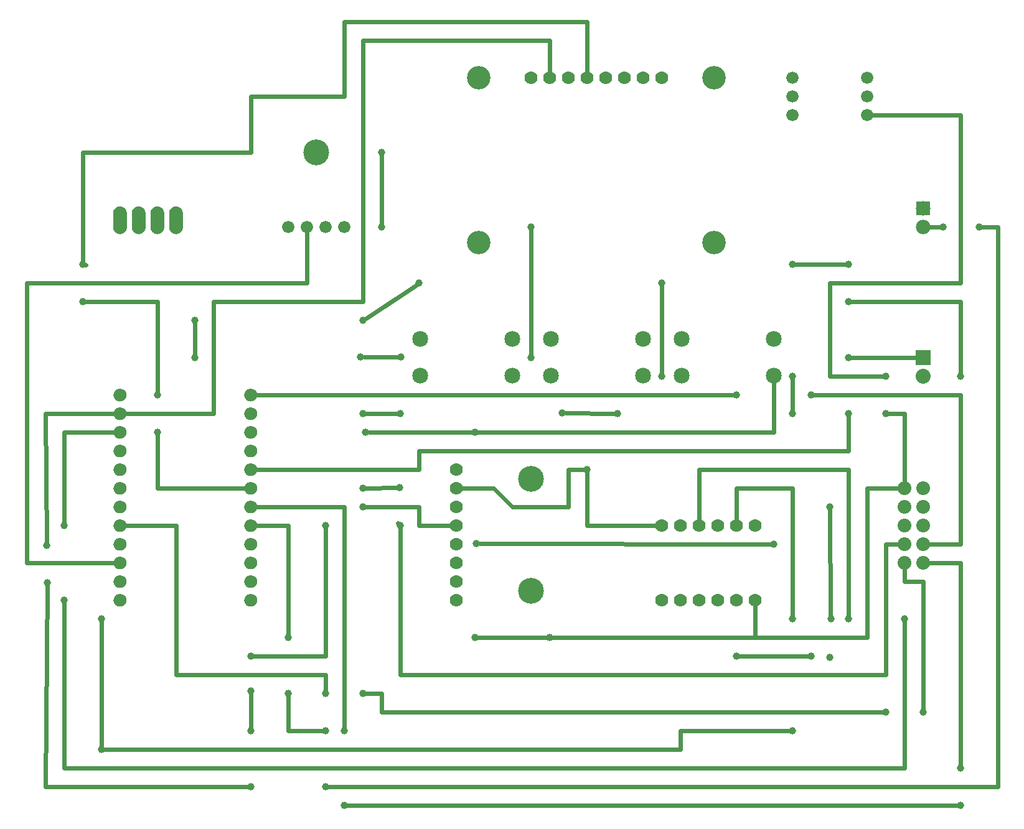
<source format=gtl>
G04 MADE WITH FRITZING*
G04 WWW.FRITZING.ORG*
G04 DOUBLE SIDED*
G04 HOLES PLATED*
G04 CONTOUR ON CENTER OF CONTOUR VECTOR*
%ASAXBY*%
%FSLAX23Y23*%
%MOIN*%
%OFA0B0*%
%SFA1.0B1.0*%
%ADD10C,0.039370*%
%ADD11C,0.074000*%
%ADD12C,0.138425*%
%ADD13C,0.066000*%
%ADD14C,0.080000*%
%ADD15C,0.073667*%
%ADD16C,0.070000*%
%ADD17C,0.068000*%
%ADD18C,0.085000*%
%ADD19C,0.078000*%
%ADD20C,0.125984*%
%ADD21R,0.080000X0.080000*%
%ADD22R,0.078000X0.078000*%
%ADD23C,0.024000*%
%ADD24R,0.001000X0.001000*%
%LNCOPPER1*%
G90*
G70*
G54D10*
X4430Y1109D03*
X3924Y907D03*
X4924Y607D03*
X4724Y607D03*
G54D11*
X624Y3207D03*
X624Y3207D03*
X724Y3207D03*
X724Y3207D03*
X824Y3207D03*
X824Y3207D03*
X924Y3207D03*
X924Y3207D03*
G54D10*
X4224Y2407D03*
X4224Y2207D03*
X5124Y2407D03*
X4524Y3007D03*
X4224Y3007D03*
X4524Y2807D03*
X2531Y1510D03*
X4124Y1507D03*
X4324Y907D03*
X4424Y1707D03*
X4424Y901D03*
X1924Y707D03*
X1724Y707D03*
X1824Y507D03*
X1824Y107D03*
X5124Y107D03*
X5124Y307D03*
X1924Y2207D03*
X2124Y2207D03*
X2120Y1810D03*
X1924Y1807D03*
X2524Y2107D03*
X1939Y2107D03*
X4524Y2507D03*
X4524Y2207D03*
X4224Y507D03*
X4224Y1107D03*
X4724Y2207D03*
X4724Y2407D03*
X824Y2307D03*
X824Y2107D03*
X424Y3007D03*
X424Y2807D03*
X4324Y2307D03*
X3924Y2307D03*
X3124Y1907D03*
X2824Y3207D03*
X2824Y2507D03*
X2993Y2211D03*
X3289Y2207D03*
X1524Y1007D03*
X1524Y707D03*
X1724Y507D03*
X1724Y207D03*
X5224Y3207D03*
X5031Y3207D03*
X524Y1107D03*
X524Y407D03*
X1024Y2507D03*
X1024Y2707D03*
X1924Y2707D03*
X2224Y2907D03*
X3524Y2907D03*
X3524Y2407D03*
X2024Y3607D03*
X2024Y3207D03*
X2524Y1007D03*
X2924Y1007D03*
X1911Y2511D03*
X2129Y2511D03*
X324Y1607D03*
X324Y1207D03*
X4524Y1107D03*
X4824Y1107D03*
G54D12*
X1674Y3607D03*
G54D13*
X1824Y3207D03*
X1724Y3207D03*
X1624Y3207D03*
X1524Y3207D03*
G54D14*
X4924Y2507D03*
X4924Y2407D03*
G54D15*
X4824Y1807D03*
X4924Y1807D03*
X4824Y1707D03*
X4924Y1707D03*
X4824Y1607D03*
X4924Y1607D03*
X4824Y1507D03*
X4924Y1507D03*
X4824Y1407D03*
X4924Y1407D03*
G54D16*
X3624Y1607D03*
X3724Y1607D03*
X3824Y1607D03*
X3924Y1607D03*
X4024Y1607D03*
X3524Y1207D03*
X3624Y1207D03*
X3724Y1207D03*
X3824Y1207D03*
X3924Y1207D03*
X4024Y1207D03*
X3524Y1607D03*
G54D17*
X624Y2107D03*
X624Y2007D03*
X624Y2207D03*
X624Y2307D03*
X624Y1907D03*
X624Y1807D03*
X624Y1707D03*
X624Y1607D03*
X624Y1507D03*
X624Y1407D03*
X624Y1307D03*
X624Y1207D03*
X1324Y2007D03*
X1324Y2107D03*
X1324Y2207D03*
X1324Y2307D03*
X1324Y1907D03*
X1324Y1807D03*
X1324Y1707D03*
X1324Y1607D03*
X1324Y1407D03*
X1324Y1507D03*
X1324Y1307D03*
X1324Y1207D03*
G54D18*
X3632Y2607D03*
X3632Y2410D03*
X4124Y2410D03*
X4124Y2607D03*
X3632Y2607D03*
X3632Y2410D03*
X4124Y2410D03*
X4124Y2607D03*
X2932Y2607D03*
X2932Y2410D03*
X3424Y2410D03*
X3424Y2607D03*
X2932Y2607D03*
X2932Y2410D03*
X3424Y2410D03*
X3424Y2607D03*
X2232Y2607D03*
X2232Y2410D03*
X2724Y2410D03*
X2724Y2607D03*
X2232Y2607D03*
X2232Y2410D03*
X2724Y2410D03*
X2724Y2607D03*
G54D13*
X4624Y4007D03*
X4624Y3907D03*
X4624Y3807D03*
X4224Y3807D03*
X4224Y3907D03*
X4224Y4007D03*
G54D19*
X4924Y3307D03*
X4924Y3207D03*
G54D16*
X2924Y4007D03*
X3524Y4007D03*
G54D20*
X2544Y3124D03*
G54D16*
X3024Y4007D03*
G54D20*
X2544Y4009D03*
G54D16*
X3124Y4007D03*
G54D20*
X3804Y4009D03*
G54D16*
X3224Y4007D03*
G54D20*
X3804Y3124D03*
G54D16*
X3324Y4007D03*
X3424Y4007D03*
X2824Y4007D03*
G54D12*
X2824Y1257D03*
G54D16*
X2424Y1207D03*
X2424Y1307D03*
X2424Y1407D03*
X2424Y1507D03*
G54D12*
X2824Y1857D03*
G54D16*
X2424Y1607D03*
X2424Y1707D03*
X2424Y1807D03*
X2424Y1907D03*
G54D10*
X1924Y1707D03*
X1724Y1607D03*
X1324Y907D03*
X1324Y722D03*
X1324Y207D03*
X1324Y507D03*
X2124Y1607D03*
X231Y1503D03*
X235Y1303D03*
G54D21*
X4924Y2507D03*
G54D22*
X4924Y3307D03*
G54D23*
X4305Y907D02*
X3943Y907D01*
D02*
X4224Y2388D02*
X4224Y2226D01*
D02*
X4243Y3007D02*
X4505Y3007D01*
D02*
X5124Y2807D02*
X4543Y2807D01*
D02*
X5124Y2426D02*
X5124Y2807D01*
D02*
X4105Y1507D02*
X2550Y1510D01*
D02*
X4424Y1688D02*
X4429Y1128D01*
D02*
X5124Y326D02*
X5124Y1407D01*
D02*
X5124Y1407D02*
X4955Y1407D01*
D02*
X1843Y107D02*
X5105Y107D01*
D02*
X1824Y1707D02*
X1824Y526D01*
D02*
X1353Y1707D02*
X1824Y1707D01*
D02*
X2105Y2207D02*
X1943Y2207D01*
D02*
X1943Y1807D02*
X2101Y1810D01*
D02*
X4724Y807D02*
X4524Y807D01*
D02*
X4724Y1207D02*
X4724Y807D01*
D02*
X4724Y1507D02*
X4724Y1207D01*
D02*
X4524Y807D02*
X2124Y807D01*
D02*
X2124Y807D02*
X2124Y1607D01*
D02*
X4793Y1507D02*
X4724Y1507D01*
D02*
X2505Y2107D02*
X1958Y2107D01*
D02*
X4543Y2507D02*
X4924Y2507D01*
D02*
X4743Y2207D02*
X4824Y2207D01*
D02*
X4824Y2207D02*
X4824Y1838D01*
D02*
X4424Y2407D02*
X4705Y2407D01*
D02*
X4424Y2907D02*
X4424Y2407D01*
D02*
X5124Y2907D02*
X4424Y2907D01*
D02*
X4655Y3807D02*
X5124Y3807D01*
D02*
X5124Y3807D02*
X5124Y2907D01*
D02*
X4224Y1807D02*
X3924Y1807D01*
D02*
X4724Y1807D02*
X4793Y1807D01*
D02*
X4624Y1807D02*
X4724Y1807D01*
D02*
X4624Y1007D02*
X4624Y1807D01*
D02*
X4024Y1007D02*
X4624Y1007D01*
D02*
X4024Y1176D02*
X4024Y1007D01*
D02*
X3924Y1807D02*
X3924Y1638D01*
D02*
X824Y1807D02*
X1295Y1807D01*
D02*
X3624Y507D02*
X4205Y507D01*
D02*
X3624Y407D02*
X3624Y507D01*
D02*
X543Y407D02*
X3624Y407D01*
D02*
X3324Y1007D02*
X2943Y1007D01*
D02*
X4024Y1007D02*
X3324Y1007D01*
D02*
X4224Y1126D02*
X4224Y1807D01*
D02*
X4024Y1176D02*
X4024Y1007D01*
D02*
X3012Y2211D02*
X3270Y2207D01*
D02*
X2824Y2526D02*
X2824Y3188D01*
D02*
X3493Y1607D02*
X3124Y1607D01*
D02*
X3124Y1607D02*
X3124Y1888D01*
D02*
X3124Y4307D02*
X1824Y4307D01*
D02*
X1824Y4307D02*
X1824Y3907D01*
D02*
X1324Y3907D02*
X1324Y3607D01*
D02*
X1324Y3607D02*
X424Y3607D01*
D02*
X1824Y3907D02*
X1324Y3907D01*
D02*
X424Y3007D02*
X443Y3004D01*
D02*
X424Y3607D02*
X424Y3007D01*
D02*
X443Y2807D02*
X824Y2807D01*
D02*
X824Y2807D02*
X824Y2326D01*
D02*
X824Y2088D02*
X824Y1807D01*
D02*
X3124Y4037D02*
X3124Y4307D01*
D02*
X4124Y2107D02*
X2543Y2107D01*
D02*
X4124Y2375D02*
X4124Y2107D01*
D02*
X5324Y3207D02*
X5324Y207D01*
D02*
X5243Y3207D02*
X5324Y3207D01*
D02*
X5324Y207D02*
X1743Y207D01*
D02*
X4954Y3207D02*
X5012Y3207D01*
D02*
X1524Y507D02*
X1705Y507D01*
D02*
X1524Y707D02*
X1524Y507D01*
D02*
X1353Y1607D02*
X1524Y1607D01*
D02*
X1524Y1607D02*
X1524Y1026D01*
D02*
X2724Y1707D02*
X2624Y1807D01*
D02*
X2624Y1807D02*
X2455Y1807D01*
D02*
X3024Y1707D02*
X2724Y1707D01*
D02*
X3024Y1907D02*
X3024Y1707D01*
D02*
X3105Y1907D02*
X3024Y1907D01*
D02*
X5124Y1507D02*
X4924Y1507D01*
D02*
X5124Y2307D02*
X5124Y1507D01*
D02*
X4343Y2307D02*
X5124Y2307D01*
D02*
X1353Y2307D02*
X3905Y2307D01*
D02*
X3524Y2426D02*
X3524Y2888D01*
D02*
X2208Y2896D02*
X1940Y2717D01*
D02*
X1024Y2688D02*
X1024Y2526D01*
D02*
X524Y1088D02*
X524Y426D01*
D02*
X4524Y2007D02*
X4524Y2188D01*
D02*
X2224Y2007D02*
X4524Y2007D01*
D02*
X2224Y1907D02*
X2224Y2007D01*
D02*
X1353Y1907D02*
X2224Y1907D01*
D02*
X2905Y1007D02*
X2543Y1007D01*
D02*
X2024Y3226D02*
X2024Y3588D01*
D02*
X4524Y1126D02*
X4524Y1907D01*
D02*
X4524Y1907D02*
X3724Y1907D01*
D02*
X3724Y1907D02*
X3724Y1638D01*
D02*
X4824Y307D02*
X4824Y1088D01*
D02*
X324Y307D02*
X4824Y307D01*
D02*
X324Y1188D02*
X324Y307D01*
D02*
X324Y2107D02*
X324Y1626D01*
D02*
X2110Y2511D02*
X1930Y2511D01*
D02*
X595Y2107D02*
X324Y2107D01*
D02*
X2924Y4207D02*
X1924Y4207D01*
D02*
X1924Y2807D02*
X1124Y2807D01*
D02*
X1924Y4207D02*
X1924Y2807D01*
D02*
X1124Y2807D02*
X1124Y2407D01*
D02*
X1124Y2407D02*
X1124Y2207D01*
D02*
X1124Y2207D02*
X653Y2207D01*
D02*
X2924Y4037D02*
X2924Y4207D01*
D02*
X124Y1407D02*
X595Y1407D01*
D02*
X124Y2907D02*
X124Y1407D01*
D02*
X1624Y2907D02*
X124Y2907D01*
D02*
X1624Y3176D02*
X1624Y2907D01*
D02*
X4824Y1307D02*
X4824Y1375D01*
D02*
X4924Y1307D02*
X4824Y1307D01*
D02*
X4924Y626D02*
X4924Y1307D01*
D02*
X2024Y707D02*
X2024Y607D01*
D02*
X1943Y707D02*
X2024Y707D01*
D02*
X2024Y607D02*
X4705Y607D01*
D02*
X1724Y807D02*
X1724Y726D01*
D02*
X924Y807D02*
X1724Y807D01*
D02*
X924Y1607D02*
X924Y807D01*
D02*
X653Y1607D02*
X924Y1607D01*
D02*
X2224Y1707D02*
X2224Y1607D01*
D02*
X2224Y1607D02*
X2393Y1607D01*
D02*
X1324Y526D02*
X1324Y703D01*
D02*
X235Y1284D02*
X224Y207D01*
D02*
X1343Y907D02*
X1724Y907D01*
D02*
X1724Y907D02*
X1724Y1588D01*
D02*
X595Y2207D02*
X224Y2207D01*
D02*
X1943Y1707D02*
X2224Y1707D01*
D02*
X224Y207D02*
X1305Y207D01*
D02*
X224Y2207D02*
X231Y1522D01*
D02*
X2111Y1620D02*
X2124Y1607D01*
G54D24*
X616Y3317D02*
X631Y3317D01*
X716Y3317D02*
X731Y3317D01*
X816Y3317D02*
X831Y3317D01*
X916Y3317D02*
X931Y3317D01*
X613Y3316D02*
X635Y3316D01*
X713Y3316D02*
X735Y3316D01*
X813Y3316D02*
X835Y3316D01*
X913Y3316D02*
X935Y3316D01*
X610Y3315D02*
X637Y3315D01*
X710Y3315D02*
X737Y3315D01*
X810Y3315D02*
X837Y3315D01*
X910Y3315D02*
X937Y3315D01*
X608Y3314D02*
X639Y3314D01*
X708Y3314D02*
X739Y3314D01*
X808Y3314D02*
X839Y3314D01*
X908Y3314D02*
X939Y3314D01*
X606Y3313D02*
X641Y3313D01*
X706Y3313D02*
X741Y3313D01*
X806Y3313D02*
X841Y3313D01*
X906Y3313D02*
X941Y3313D01*
X604Y3312D02*
X643Y3312D01*
X704Y3312D02*
X743Y3312D01*
X804Y3312D02*
X843Y3312D01*
X904Y3312D02*
X943Y3312D01*
X603Y3311D02*
X644Y3311D01*
X703Y3311D02*
X744Y3311D01*
X803Y3311D02*
X844Y3311D01*
X903Y3311D02*
X944Y3311D01*
X601Y3310D02*
X646Y3310D01*
X701Y3310D02*
X746Y3310D01*
X801Y3310D02*
X846Y3310D01*
X901Y3310D02*
X946Y3310D01*
X600Y3309D02*
X647Y3309D01*
X700Y3309D02*
X747Y3309D01*
X800Y3309D02*
X847Y3309D01*
X900Y3309D02*
X947Y3309D01*
X599Y3308D02*
X648Y3308D01*
X699Y3308D02*
X748Y3308D01*
X799Y3308D02*
X848Y3308D01*
X899Y3308D02*
X948Y3308D01*
X598Y3307D02*
X649Y3307D01*
X698Y3307D02*
X749Y3307D01*
X798Y3307D02*
X849Y3307D01*
X898Y3307D02*
X949Y3307D01*
X597Y3306D02*
X650Y3306D01*
X697Y3306D02*
X750Y3306D01*
X797Y3306D02*
X850Y3306D01*
X897Y3306D02*
X950Y3306D01*
X596Y3305D02*
X651Y3305D01*
X696Y3305D02*
X751Y3305D01*
X796Y3305D02*
X851Y3305D01*
X896Y3305D02*
X951Y3305D01*
X595Y3304D02*
X652Y3304D01*
X695Y3304D02*
X752Y3304D01*
X795Y3304D02*
X852Y3304D01*
X895Y3304D02*
X952Y3304D01*
X594Y3303D02*
X653Y3303D01*
X694Y3303D02*
X753Y3303D01*
X794Y3303D02*
X853Y3303D01*
X894Y3303D02*
X953Y3303D01*
X594Y3302D02*
X653Y3302D01*
X694Y3302D02*
X753Y3302D01*
X794Y3302D02*
X853Y3302D01*
X894Y3302D02*
X953Y3302D01*
X593Y3301D02*
X654Y3301D01*
X693Y3301D02*
X754Y3301D01*
X793Y3301D02*
X854Y3301D01*
X893Y3301D02*
X954Y3301D01*
X592Y3300D02*
X655Y3300D01*
X692Y3300D02*
X755Y3300D01*
X792Y3300D02*
X855Y3300D01*
X892Y3300D02*
X955Y3300D01*
X592Y3299D02*
X655Y3299D01*
X692Y3299D02*
X755Y3299D01*
X792Y3299D02*
X855Y3299D01*
X892Y3299D02*
X955Y3299D01*
X591Y3298D02*
X656Y3298D01*
X691Y3298D02*
X756Y3298D01*
X791Y3298D02*
X856Y3298D01*
X891Y3298D02*
X956Y3298D01*
X591Y3297D02*
X656Y3297D01*
X691Y3297D02*
X756Y3297D01*
X791Y3297D02*
X856Y3297D01*
X891Y3297D02*
X956Y3297D01*
X590Y3296D02*
X657Y3296D01*
X690Y3296D02*
X757Y3296D01*
X790Y3296D02*
X857Y3296D01*
X890Y3296D02*
X957Y3296D01*
X590Y3295D02*
X657Y3295D01*
X690Y3295D02*
X757Y3295D01*
X790Y3295D02*
X857Y3295D01*
X890Y3295D02*
X957Y3295D01*
X590Y3294D02*
X658Y3294D01*
X690Y3294D02*
X758Y3294D01*
X790Y3294D02*
X858Y3294D01*
X890Y3294D02*
X958Y3294D01*
X589Y3293D02*
X658Y3293D01*
X689Y3293D02*
X758Y3293D01*
X789Y3293D02*
X858Y3293D01*
X889Y3293D02*
X958Y3293D01*
X589Y3292D02*
X658Y3292D01*
X689Y3292D02*
X758Y3292D01*
X789Y3292D02*
X858Y3292D01*
X889Y3292D02*
X958Y3292D01*
X588Y3291D02*
X659Y3291D01*
X688Y3291D02*
X759Y3291D01*
X788Y3291D02*
X859Y3291D01*
X888Y3291D02*
X959Y3291D01*
X588Y3290D02*
X659Y3290D01*
X688Y3290D02*
X759Y3290D01*
X788Y3290D02*
X859Y3290D01*
X888Y3290D02*
X959Y3290D01*
X588Y3289D02*
X659Y3289D01*
X688Y3289D02*
X759Y3289D01*
X788Y3289D02*
X859Y3289D01*
X888Y3289D02*
X959Y3289D01*
X588Y3288D02*
X659Y3288D01*
X688Y3288D02*
X759Y3288D01*
X788Y3288D02*
X859Y3288D01*
X888Y3288D02*
X959Y3288D01*
X588Y3287D02*
X660Y3287D01*
X688Y3287D02*
X760Y3287D01*
X788Y3287D02*
X860Y3287D01*
X888Y3287D02*
X960Y3287D01*
X587Y3286D02*
X660Y3286D01*
X687Y3286D02*
X760Y3286D01*
X787Y3286D02*
X860Y3286D01*
X887Y3286D02*
X960Y3286D01*
X587Y3285D02*
X660Y3285D01*
X687Y3285D02*
X760Y3285D01*
X787Y3285D02*
X860Y3285D01*
X887Y3285D02*
X960Y3285D01*
X587Y3284D02*
X660Y3284D01*
X687Y3284D02*
X760Y3284D01*
X787Y3284D02*
X860Y3284D01*
X887Y3284D02*
X960Y3284D01*
X587Y3283D02*
X660Y3283D01*
X687Y3283D02*
X760Y3283D01*
X787Y3283D02*
X860Y3283D01*
X887Y3283D02*
X960Y3283D01*
X587Y3282D02*
X660Y3282D01*
X687Y3282D02*
X760Y3282D01*
X787Y3282D02*
X860Y3282D01*
X887Y3282D02*
X960Y3282D01*
X587Y3281D02*
X660Y3281D01*
X687Y3281D02*
X760Y3281D01*
X787Y3281D02*
X860Y3281D01*
X887Y3281D02*
X960Y3281D01*
X587Y3280D02*
X660Y3280D01*
X687Y3280D02*
X760Y3280D01*
X787Y3280D02*
X860Y3280D01*
X887Y3280D02*
X960Y3280D01*
X587Y3279D02*
X660Y3279D01*
X687Y3279D02*
X760Y3279D01*
X787Y3279D02*
X860Y3279D01*
X887Y3279D02*
X960Y3279D01*
X587Y3278D02*
X660Y3278D01*
X687Y3278D02*
X760Y3278D01*
X787Y3278D02*
X860Y3278D01*
X887Y3278D02*
X960Y3278D01*
X587Y3277D02*
X660Y3277D01*
X687Y3277D02*
X760Y3277D01*
X787Y3277D02*
X860Y3277D01*
X887Y3277D02*
X960Y3277D01*
X587Y3276D02*
X660Y3276D01*
X687Y3276D02*
X760Y3276D01*
X787Y3276D02*
X860Y3276D01*
X887Y3276D02*
X960Y3276D01*
X587Y3275D02*
X660Y3275D01*
X687Y3275D02*
X760Y3275D01*
X787Y3275D02*
X860Y3275D01*
X887Y3275D02*
X960Y3275D01*
X587Y3274D02*
X660Y3274D01*
X687Y3274D02*
X760Y3274D01*
X787Y3274D02*
X860Y3274D01*
X887Y3274D02*
X960Y3274D01*
X587Y3273D02*
X660Y3273D01*
X687Y3273D02*
X760Y3273D01*
X787Y3273D02*
X860Y3273D01*
X887Y3273D02*
X960Y3273D01*
X587Y3272D02*
X660Y3272D01*
X687Y3272D02*
X760Y3272D01*
X787Y3272D02*
X860Y3272D01*
X887Y3272D02*
X960Y3272D01*
X587Y3271D02*
X660Y3271D01*
X687Y3271D02*
X760Y3271D01*
X787Y3271D02*
X860Y3271D01*
X887Y3271D02*
X960Y3271D01*
X587Y3270D02*
X660Y3270D01*
X687Y3270D02*
X760Y3270D01*
X787Y3270D02*
X860Y3270D01*
X887Y3270D02*
X960Y3270D01*
X587Y3269D02*
X660Y3269D01*
X687Y3269D02*
X760Y3269D01*
X787Y3269D02*
X860Y3269D01*
X887Y3269D02*
X960Y3269D01*
X587Y3268D02*
X660Y3268D01*
X687Y3268D02*
X760Y3268D01*
X787Y3268D02*
X860Y3268D01*
X887Y3268D02*
X960Y3268D01*
X587Y3267D02*
X660Y3267D01*
X687Y3267D02*
X760Y3267D01*
X787Y3267D02*
X860Y3267D01*
X887Y3267D02*
X960Y3267D01*
X587Y3266D02*
X660Y3266D01*
X687Y3266D02*
X760Y3266D01*
X787Y3266D02*
X860Y3266D01*
X887Y3266D02*
X960Y3266D01*
X587Y3265D02*
X660Y3265D01*
X687Y3265D02*
X760Y3265D01*
X787Y3265D02*
X860Y3265D01*
X887Y3265D02*
X960Y3265D01*
X587Y3264D02*
X660Y3264D01*
X687Y3264D02*
X760Y3264D01*
X787Y3264D02*
X860Y3264D01*
X887Y3264D02*
X960Y3264D01*
X587Y3263D02*
X660Y3263D01*
X687Y3263D02*
X760Y3263D01*
X787Y3263D02*
X860Y3263D01*
X887Y3263D02*
X960Y3263D01*
X587Y3262D02*
X660Y3262D01*
X687Y3262D02*
X760Y3262D01*
X787Y3262D02*
X860Y3262D01*
X887Y3262D02*
X960Y3262D01*
X587Y3261D02*
X660Y3261D01*
X687Y3261D02*
X760Y3261D01*
X787Y3261D02*
X860Y3261D01*
X887Y3261D02*
X960Y3261D01*
X587Y3260D02*
X660Y3260D01*
X687Y3260D02*
X760Y3260D01*
X787Y3260D02*
X860Y3260D01*
X887Y3260D02*
X960Y3260D01*
X587Y3259D02*
X660Y3259D01*
X687Y3259D02*
X760Y3259D01*
X787Y3259D02*
X860Y3259D01*
X887Y3259D02*
X960Y3259D01*
X587Y3258D02*
X660Y3258D01*
X687Y3258D02*
X760Y3258D01*
X787Y3258D02*
X860Y3258D01*
X887Y3258D02*
X960Y3258D01*
X587Y3257D02*
X660Y3257D01*
X687Y3257D02*
X760Y3257D01*
X787Y3257D02*
X860Y3257D01*
X887Y3257D02*
X960Y3257D01*
X587Y3256D02*
X660Y3256D01*
X687Y3256D02*
X760Y3256D01*
X787Y3256D02*
X860Y3256D01*
X887Y3256D02*
X960Y3256D01*
X587Y3255D02*
X660Y3255D01*
X687Y3255D02*
X760Y3255D01*
X787Y3255D02*
X860Y3255D01*
X887Y3255D02*
X960Y3255D01*
X587Y3254D02*
X660Y3254D01*
X687Y3254D02*
X760Y3254D01*
X787Y3254D02*
X860Y3254D01*
X887Y3254D02*
X960Y3254D01*
X587Y3253D02*
X660Y3253D01*
X687Y3253D02*
X760Y3253D01*
X787Y3253D02*
X860Y3253D01*
X887Y3253D02*
X960Y3253D01*
X587Y3252D02*
X660Y3252D01*
X687Y3252D02*
X760Y3252D01*
X787Y3252D02*
X860Y3252D01*
X887Y3252D02*
X960Y3252D01*
X587Y3251D02*
X660Y3251D01*
X687Y3251D02*
X760Y3251D01*
X787Y3251D02*
X860Y3251D01*
X887Y3251D02*
X960Y3251D01*
X587Y3250D02*
X660Y3250D01*
X687Y3250D02*
X760Y3250D01*
X787Y3250D02*
X860Y3250D01*
X887Y3250D02*
X960Y3250D01*
X587Y3249D02*
X660Y3249D01*
X687Y3249D02*
X760Y3249D01*
X787Y3249D02*
X860Y3249D01*
X887Y3249D02*
X960Y3249D01*
X587Y3248D02*
X660Y3248D01*
X687Y3248D02*
X760Y3248D01*
X787Y3248D02*
X860Y3248D01*
X887Y3248D02*
X960Y3248D01*
X587Y3247D02*
X660Y3247D01*
X687Y3247D02*
X760Y3247D01*
X787Y3247D02*
X860Y3247D01*
X887Y3247D02*
X960Y3247D01*
X587Y3246D02*
X660Y3246D01*
X687Y3246D02*
X760Y3246D01*
X787Y3246D02*
X860Y3246D01*
X887Y3246D02*
X960Y3246D01*
X587Y3245D02*
X660Y3245D01*
X687Y3245D02*
X760Y3245D01*
X787Y3245D02*
X860Y3245D01*
X887Y3245D02*
X960Y3245D01*
X587Y3244D02*
X660Y3244D01*
X687Y3244D02*
X760Y3244D01*
X787Y3244D02*
X860Y3244D01*
X887Y3244D02*
X960Y3244D01*
X587Y3243D02*
X660Y3243D01*
X687Y3243D02*
X760Y3243D01*
X787Y3243D02*
X860Y3243D01*
X887Y3243D02*
X960Y3243D01*
X587Y3242D02*
X660Y3242D01*
X687Y3242D02*
X760Y3242D01*
X787Y3242D02*
X860Y3242D01*
X887Y3242D02*
X960Y3242D01*
X587Y3241D02*
X660Y3241D01*
X687Y3241D02*
X760Y3241D01*
X787Y3241D02*
X860Y3241D01*
X887Y3241D02*
X960Y3241D01*
X587Y3240D02*
X660Y3240D01*
X687Y3240D02*
X760Y3240D01*
X787Y3240D02*
X860Y3240D01*
X887Y3240D02*
X960Y3240D01*
X587Y3239D02*
X660Y3239D01*
X687Y3239D02*
X760Y3239D01*
X787Y3239D02*
X860Y3239D01*
X887Y3239D02*
X960Y3239D01*
X587Y3238D02*
X660Y3238D01*
X687Y3238D02*
X760Y3238D01*
X787Y3238D02*
X860Y3238D01*
X887Y3238D02*
X960Y3238D01*
X587Y3237D02*
X660Y3237D01*
X687Y3237D02*
X760Y3237D01*
X787Y3237D02*
X860Y3237D01*
X887Y3237D02*
X960Y3237D01*
X587Y3236D02*
X660Y3236D01*
X687Y3236D02*
X760Y3236D01*
X787Y3236D02*
X860Y3236D01*
X887Y3236D02*
X960Y3236D01*
X587Y3235D02*
X660Y3235D01*
X687Y3235D02*
X760Y3235D01*
X787Y3235D02*
X860Y3235D01*
X887Y3235D02*
X960Y3235D01*
X587Y3234D02*
X660Y3234D01*
X687Y3234D02*
X760Y3234D01*
X787Y3234D02*
X860Y3234D01*
X887Y3234D02*
X960Y3234D01*
X587Y3233D02*
X660Y3233D01*
X687Y3233D02*
X760Y3233D01*
X787Y3233D02*
X860Y3233D01*
X887Y3233D02*
X960Y3233D01*
X587Y3232D02*
X660Y3232D01*
X687Y3232D02*
X760Y3232D01*
X787Y3232D02*
X860Y3232D01*
X887Y3232D02*
X960Y3232D01*
X587Y3231D02*
X660Y3231D01*
X687Y3231D02*
X760Y3231D01*
X787Y3231D02*
X860Y3231D01*
X887Y3231D02*
X960Y3231D01*
X587Y3230D02*
X660Y3230D01*
X687Y3230D02*
X760Y3230D01*
X787Y3230D02*
X860Y3230D01*
X887Y3230D02*
X960Y3230D01*
X587Y3229D02*
X660Y3229D01*
X687Y3229D02*
X760Y3229D01*
X787Y3229D02*
X860Y3229D01*
X887Y3229D02*
X960Y3229D01*
X587Y3228D02*
X617Y3228D01*
X630Y3228D02*
X660Y3228D01*
X687Y3228D02*
X717Y3228D01*
X730Y3228D02*
X760Y3228D01*
X787Y3228D02*
X817Y3228D01*
X830Y3228D02*
X860Y3228D01*
X887Y3228D02*
X917Y3228D01*
X930Y3228D02*
X960Y3228D01*
X587Y3227D02*
X614Y3227D01*
X633Y3227D02*
X660Y3227D01*
X687Y3227D02*
X714Y3227D01*
X733Y3227D02*
X760Y3227D01*
X787Y3227D02*
X814Y3227D01*
X833Y3227D02*
X860Y3227D01*
X887Y3227D02*
X914Y3227D01*
X933Y3227D02*
X960Y3227D01*
X587Y3226D02*
X612Y3226D01*
X635Y3226D02*
X660Y3226D01*
X687Y3226D02*
X712Y3226D01*
X735Y3226D02*
X760Y3226D01*
X787Y3226D02*
X812Y3226D01*
X835Y3226D02*
X860Y3226D01*
X887Y3226D02*
X912Y3226D01*
X935Y3226D02*
X960Y3226D01*
X587Y3225D02*
X611Y3225D01*
X636Y3225D02*
X660Y3225D01*
X687Y3225D02*
X711Y3225D01*
X736Y3225D02*
X760Y3225D01*
X787Y3225D02*
X811Y3225D01*
X836Y3225D02*
X860Y3225D01*
X887Y3225D02*
X911Y3225D01*
X936Y3225D02*
X960Y3225D01*
X587Y3224D02*
X609Y3224D01*
X638Y3224D02*
X660Y3224D01*
X687Y3224D02*
X709Y3224D01*
X738Y3224D02*
X760Y3224D01*
X787Y3224D02*
X809Y3224D01*
X838Y3224D02*
X860Y3224D01*
X887Y3224D02*
X909Y3224D01*
X938Y3224D02*
X960Y3224D01*
X587Y3223D02*
X608Y3223D01*
X639Y3223D02*
X660Y3223D01*
X687Y3223D02*
X708Y3223D01*
X739Y3223D02*
X760Y3223D01*
X787Y3223D02*
X808Y3223D01*
X839Y3223D02*
X860Y3223D01*
X887Y3223D02*
X908Y3223D01*
X939Y3223D02*
X960Y3223D01*
X587Y3222D02*
X607Y3222D01*
X640Y3222D02*
X660Y3222D01*
X687Y3222D02*
X707Y3222D01*
X740Y3222D02*
X760Y3222D01*
X787Y3222D02*
X807Y3222D01*
X840Y3222D02*
X860Y3222D01*
X887Y3222D02*
X907Y3222D01*
X940Y3222D02*
X960Y3222D01*
X587Y3221D02*
X606Y3221D01*
X641Y3221D02*
X660Y3221D01*
X687Y3221D02*
X706Y3221D01*
X741Y3221D02*
X760Y3221D01*
X787Y3221D02*
X806Y3221D01*
X841Y3221D02*
X860Y3221D01*
X887Y3221D02*
X906Y3221D01*
X941Y3221D02*
X960Y3221D01*
X587Y3220D02*
X606Y3220D01*
X642Y3220D02*
X660Y3220D01*
X687Y3220D02*
X706Y3220D01*
X742Y3220D02*
X760Y3220D01*
X787Y3220D02*
X806Y3220D01*
X842Y3220D02*
X860Y3220D01*
X887Y3220D02*
X906Y3220D01*
X942Y3220D02*
X960Y3220D01*
X587Y3219D02*
X605Y3219D01*
X642Y3219D02*
X660Y3219D01*
X687Y3219D02*
X705Y3219D01*
X742Y3219D02*
X760Y3219D01*
X787Y3219D02*
X805Y3219D01*
X842Y3219D02*
X860Y3219D01*
X887Y3219D02*
X905Y3219D01*
X942Y3219D02*
X960Y3219D01*
X587Y3218D02*
X604Y3218D01*
X643Y3218D02*
X660Y3218D01*
X687Y3218D02*
X704Y3218D01*
X743Y3218D02*
X760Y3218D01*
X787Y3218D02*
X804Y3218D01*
X843Y3218D02*
X860Y3218D01*
X887Y3218D02*
X904Y3218D01*
X943Y3218D02*
X960Y3218D01*
X587Y3217D02*
X604Y3217D01*
X643Y3217D02*
X660Y3217D01*
X687Y3217D02*
X704Y3217D01*
X743Y3217D02*
X760Y3217D01*
X787Y3217D02*
X804Y3217D01*
X843Y3217D02*
X860Y3217D01*
X887Y3217D02*
X904Y3217D01*
X943Y3217D02*
X960Y3217D01*
X587Y3216D02*
X603Y3216D01*
X644Y3216D02*
X660Y3216D01*
X687Y3216D02*
X703Y3216D01*
X744Y3216D02*
X760Y3216D01*
X787Y3216D02*
X803Y3216D01*
X844Y3216D02*
X860Y3216D01*
X887Y3216D02*
X903Y3216D01*
X944Y3216D02*
X960Y3216D01*
X587Y3215D02*
X603Y3215D01*
X644Y3215D02*
X660Y3215D01*
X687Y3215D02*
X703Y3215D01*
X744Y3215D02*
X760Y3215D01*
X787Y3215D02*
X803Y3215D01*
X844Y3215D02*
X860Y3215D01*
X887Y3215D02*
X903Y3215D01*
X944Y3215D02*
X960Y3215D01*
X587Y3214D02*
X602Y3214D01*
X645Y3214D02*
X660Y3214D01*
X687Y3214D02*
X702Y3214D01*
X745Y3214D02*
X760Y3214D01*
X787Y3214D02*
X802Y3214D01*
X845Y3214D02*
X860Y3214D01*
X887Y3214D02*
X902Y3214D01*
X945Y3214D02*
X960Y3214D01*
X587Y3213D02*
X602Y3213D01*
X645Y3213D02*
X660Y3213D01*
X687Y3213D02*
X702Y3213D01*
X745Y3213D02*
X760Y3213D01*
X787Y3213D02*
X802Y3213D01*
X845Y3213D02*
X860Y3213D01*
X887Y3213D02*
X902Y3213D01*
X945Y3213D02*
X960Y3213D01*
X587Y3212D02*
X602Y3212D01*
X645Y3212D02*
X660Y3212D01*
X687Y3212D02*
X702Y3212D01*
X745Y3212D02*
X760Y3212D01*
X787Y3212D02*
X802Y3212D01*
X845Y3212D02*
X860Y3212D01*
X887Y3212D02*
X902Y3212D01*
X945Y3212D02*
X960Y3212D01*
X587Y3211D02*
X601Y3211D01*
X646Y3211D02*
X660Y3211D01*
X687Y3211D02*
X701Y3211D01*
X746Y3211D02*
X760Y3211D01*
X787Y3211D02*
X801Y3211D01*
X846Y3211D02*
X860Y3211D01*
X887Y3211D02*
X901Y3211D01*
X946Y3211D02*
X960Y3211D01*
X587Y3210D02*
X601Y3210D01*
X646Y3210D02*
X660Y3210D01*
X687Y3210D02*
X701Y3210D01*
X746Y3210D02*
X760Y3210D01*
X787Y3210D02*
X801Y3210D01*
X846Y3210D02*
X860Y3210D01*
X887Y3210D02*
X901Y3210D01*
X946Y3210D02*
X960Y3210D01*
X587Y3209D02*
X601Y3209D01*
X646Y3209D02*
X660Y3209D01*
X687Y3209D02*
X701Y3209D01*
X746Y3209D02*
X760Y3209D01*
X787Y3209D02*
X801Y3209D01*
X846Y3209D02*
X860Y3209D01*
X887Y3209D02*
X901Y3209D01*
X946Y3209D02*
X960Y3209D01*
X587Y3208D02*
X601Y3208D01*
X646Y3208D02*
X660Y3208D01*
X687Y3208D02*
X701Y3208D01*
X746Y3208D02*
X760Y3208D01*
X787Y3208D02*
X801Y3208D01*
X846Y3208D02*
X860Y3208D01*
X887Y3208D02*
X901Y3208D01*
X946Y3208D02*
X960Y3208D01*
X587Y3207D02*
X601Y3207D01*
X646Y3207D02*
X660Y3207D01*
X687Y3207D02*
X701Y3207D01*
X746Y3207D02*
X760Y3207D01*
X787Y3207D02*
X801Y3207D01*
X846Y3207D02*
X860Y3207D01*
X887Y3207D02*
X901Y3207D01*
X946Y3207D02*
X960Y3207D01*
X587Y3206D02*
X601Y3206D01*
X646Y3206D02*
X660Y3206D01*
X687Y3206D02*
X701Y3206D01*
X746Y3206D02*
X760Y3206D01*
X787Y3206D02*
X801Y3206D01*
X846Y3206D02*
X860Y3206D01*
X887Y3206D02*
X901Y3206D01*
X946Y3206D02*
X960Y3206D01*
X587Y3205D02*
X601Y3205D01*
X646Y3205D02*
X660Y3205D01*
X687Y3205D02*
X701Y3205D01*
X746Y3205D02*
X760Y3205D01*
X787Y3205D02*
X801Y3205D01*
X846Y3205D02*
X860Y3205D01*
X887Y3205D02*
X901Y3205D01*
X946Y3205D02*
X960Y3205D01*
X587Y3204D02*
X601Y3204D01*
X646Y3204D02*
X660Y3204D01*
X687Y3204D02*
X701Y3204D01*
X746Y3204D02*
X760Y3204D01*
X787Y3204D02*
X801Y3204D01*
X846Y3204D02*
X860Y3204D01*
X887Y3204D02*
X901Y3204D01*
X946Y3204D02*
X960Y3204D01*
X587Y3203D02*
X601Y3203D01*
X646Y3203D02*
X660Y3203D01*
X687Y3203D02*
X701Y3203D01*
X746Y3203D02*
X760Y3203D01*
X787Y3203D02*
X801Y3203D01*
X846Y3203D02*
X860Y3203D01*
X887Y3203D02*
X901Y3203D01*
X946Y3203D02*
X960Y3203D01*
X587Y3202D02*
X602Y3202D01*
X645Y3202D02*
X660Y3202D01*
X687Y3202D02*
X702Y3202D01*
X745Y3202D02*
X760Y3202D01*
X787Y3202D02*
X802Y3202D01*
X845Y3202D02*
X860Y3202D01*
X887Y3202D02*
X902Y3202D01*
X945Y3202D02*
X960Y3202D01*
X588Y3201D02*
X602Y3201D01*
X645Y3201D02*
X660Y3201D01*
X688Y3201D02*
X702Y3201D01*
X745Y3201D02*
X760Y3201D01*
X788Y3201D02*
X802Y3201D01*
X845Y3201D02*
X860Y3201D01*
X888Y3201D02*
X902Y3201D01*
X945Y3201D02*
X960Y3201D01*
X588Y3200D02*
X602Y3200D01*
X645Y3200D02*
X659Y3200D01*
X688Y3200D02*
X702Y3200D01*
X745Y3200D02*
X759Y3200D01*
X788Y3200D02*
X802Y3200D01*
X845Y3200D02*
X859Y3200D01*
X888Y3200D02*
X902Y3200D01*
X945Y3200D02*
X959Y3200D01*
X588Y3199D02*
X603Y3199D01*
X645Y3199D02*
X659Y3199D01*
X688Y3199D02*
X703Y3199D01*
X745Y3199D02*
X759Y3199D01*
X788Y3199D02*
X803Y3199D01*
X845Y3199D02*
X859Y3199D01*
X888Y3199D02*
X903Y3199D01*
X945Y3199D02*
X959Y3199D01*
X588Y3198D02*
X603Y3198D01*
X644Y3198D02*
X659Y3198D01*
X688Y3198D02*
X703Y3198D01*
X744Y3198D02*
X759Y3198D01*
X788Y3198D02*
X803Y3198D01*
X844Y3198D02*
X859Y3198D01*
X888Y3198D02*
X903Y3198D01*
X944Y3198D02*
X959Y3198D01*
X588Y3197D02*
X603Y3197D01*
X644Y3197D02*
X659Y3197D01*
X688Y3197D02*
X703Y3197D01*
X744Y3197D02*
X759Y3197D01*
X788Y3197D02*
X803Y3197D01*
X844Y3197D02*
X859Y3197D01*
X888Y3197D02*
X903Y3197D01*
X944Y3197D02*
X959Y3197D01*
X589Y3196D02*
X604Y3196D01*
X643Y3196D02*
X658Y3196D01*
X689Y3196D02*
X704Y3196D01*
X743Y3196D02*
X758Y3196D01*
X789Y3196D02*
X804Y3196D01*
X843Y3196D02*
X858Y3196D01*
X889Y3196D02*
X904Y3196D01*
X943Y3196D02*
X958Y3196D01*
X589Y3195D02*
X605Y3195D01*
X643Y3195D02*
X658Y3195D01*
X689Y3195D02*
X705Y3195D01*
X743Y3195D02*
X758Y3195D01*
X789Y3195D02*
X805Y3195D01*
X843Y3195D02*
X858Y3195D01*
X889Y3195D02*
X905Y3195D01*
X943Y3195D02*
X958Y3195D01*
X589Y3194D02*
X605Y3194D01*
X642Y3194D02*
X658Y3194D01*
X689Y3194D02*
X705Y3194D01*
X742Y3194D02*
X758Y3194D01*
X789Y3194D02*
X805Y3194D01*
X842Y3194D02*
X858Y3194D01*
X889Y3194D02*
X905Y3194D01*
X942Y3194D02*
X958Y3194D01*
X590Y3193D02*
X606Y3193D01*
X641Y3193D02*
X657Y3193D01*
X690Y3193D02*
X706Y3193D01*
X741Y3193D02*
X757Y3193D01*
X790Y3193D02*
X806Y3193D01*
X841Y3193D02*
X857Y3193D01*
X890Y3193D02*
X906Y3193D01*
X941Y3193D02*
X957Y3193D01*
X590Y3192D02*
X607Y3192D01*
X640Y3192D02*
X657Y3192D01*
X690Y3192D02*
X707Y3192D01*
X740Y3192D02*
X757Y3192D01*
X790Y3192D02*
X807Y3192D01*
X840Y3192D02*
X857Y3192D01*
X890Y3192D02*
X907Y3192D01*
X940Y3192D02*
X957Y3192D01*
X591Y3191D02*
X608Y3191D01*
X639Y3191D02*
X656Y3191D01*
X691Y3191D02*
X708Y3191D01*
X739Y3191D02*
X756Y3191D01*
X791Y3191D02*
X808Y3191D01*
X839Y3191D02*
X856Y3191D01*
X891Y3191D02*
X908Y3191D01*
X939Y3191D02*
X956Y3191D01*
X591Y3190D02*
X609Y3190D01*
X638Y3190D02*
X656Y3190D01*
X691Y3190D02*
X709Y3190D01*
X738Y3190D02*
X756Y3190D01*
X791Y3190D02*
X809Y3190D01*
X838Y3190D02*
X856Y3190D01*
X891Y3190D02*
X909Y3190D01*
X938Y3190D02*
X956Y3190D01*
X592Y3189D02*
X610Y3189D01*
X637Y3189D02*
X655Y3189D01*
X692Y3189D02*
X710Y3189D01*
X737Y3189D02*
X755Y3189D01*
X792Y3189D02*
X810Y3189D01*
X837Y3189D02*
X855Y3189D01*
X892Y3189D02*
X910Y3189D01*
X937Y3189D02*
X955Y3189D01*
X592Y3188D02*
X612Y3188D01*
X635Y3188D02*
X655Y3188D01*
X692Y3188D02*
X712Y3188D01*
X735Y3188D02*
X755Y3188D01*
X792Y3188D02*
X812Y3188D01*
X835Y3188D02*
X855Y3188D01*
X892Y3188D02*
X912Y3188D01*
X935Y3188D02*
X955Y3188D01*
X593Y3187D02*
X614Y3187D01*
X633Y3187D02*
X654Y3187D01*
X693Y3187D02*
X714Y3187D01*
X733Y3187D02*
X754Y3187D01*
X793Y3187D02*
X814Y3187D01*
X833Y3187D02*
X854Y3187D01*
X893Y3187D02*
X914Y3187D01*
X933Y3187D02*
X954Y3187D01*
X594Y3186D02*
X616Y3186D01*
X631Y3186D02*
X654Y3186D01*
X694Y3186D02*
X716Y3186D01*
X731Y3186D02*
X754Y3186D01*
X794Y3186D02*
X816Y3186D01*
X831Y3186D02*
X854Y3186D01*
X894Y3186D02*
X916Y3186D01*
X931Y3186D02*
X954Y3186D01*
X594Y3185D02*
X621Y3185D01*
X626Y3185D02*
X653Y3185D01*
X694Y3185D02*
X721Y3185D01*
X726Y3185D02*
X753Y3185D01*
X794Y3185D02*
X821Y3185D01*
X826Y3185D02*
X853Y3185D01*
X894Y3185D02*
X921Y3185D01*
X926Y3185D02*
X953Y3185D01*
X595Y3184D02*
X652Y3184D01*
X695Y3184D02*
X752Y3184D01*
X795Y3184D02*
X852Y3184D01*
X895Y3184D02*
X952Y3184D01*
X596Y3183D02*
X651Y3183D01*
X696Y3183D02*
X751Y3183D01*
X796Y3183D02*
X851Y3183D01*
X896Y3183D02*
X951Y3183D01*
X597Y3182D02*
X650Y3182D01*
X697Y3182D02*
X750Y3182D01*
X797Y3182D02*
X850Y3182D01*
X897Y3182D02*
X950Y3182D01*
X598Y3181D02*
X650Y3181D01*
X698Y3181D02*
X750Y3181D01*
X798Y3181D02*
X850Y3181D01*
X898Y3181D02*
X950Y3181D01*
X599Y3180D02*
X648Y3180D01*
X699Y3180D02*
X748Y3180D01*
X799Y3180D02*
X848Y3180D01*
X899Y3180D02*
X948Y3180D01*
X600Y3179D02*
X647Y3179D01*
X700Y3179D02*
X747Y3179D01*
X800Y3179D02*
X847Y3179D01*
X900Y3179D02*
X947Y3179D01*
X601Y3178D02*
X646Y3178D01*
X701Y3178D02*
X746Y3178D01*
X801Y3178D02*
X846Y3178D01*
X901Y3178D02*
X946Y3178D01*
X602Y3177D02*
X645Y3177D01*
X702Y3177D02*
X745Y3177D01*
X802Y3177D02*
X845Y3177D01*
X902Y3177D02*
X945Y3177D01*
X604Y3176D02*
X643Y3176D01*
X704Y3176D02*
X743Y3176D01*
X804Y3176D02*
X843Y3176D01*
X904Y3176D02*
X943Y3176D01*
X605Y3175D02*
X642Y3175D01*
X705Y3175D02*
X742Y3175D01*
X805Y3175D02*
X842Y3175D01*
X905Y3175D02*
X942Y3175D01*
X607Y3174D02*
X640Y3174D01*
X707Y3174D02*
X740Y3174D01*
X807Y3174D02*
X840Y3174D01*
X907Y3174D02*
X940Y3174D01*
X609Y3173D02*
X638Y3173D01*
X709Y3173D02*
X738Y3173D01*
X809Y3173D02*
X838Y3173D01*
X909Y3173D02*
X938Y3173D01*
X612Y3172D02*
X635Y3172D01*
X712Y3172D02*
X735Y3172D01*
X812Y3172D02*
X835Y3172D01*
X912Y3172D02*
X935Y3172D01*
X615Y3171D02*
X632Y3171D01*
X715Y3171D02*
X732Y3171D01*
X815Y3171D02*
X832Y3171D01*
X915Y3171D02*
X932Y3171D01*
X621Y3170D02*
X626Y3170D01*
X721Y3170D02*
X726Y3170D01*
X821Y3170D02*
X826Y3170D01*
X921Y3170D02*
X926Y3170D01*
X616Y2340D02*
X631Y2340D01*
X1316Y2340D02*
X1331Y2340D01*
X613Y2339D02*
X634Y2339D01*
X1313Y2339D02*
X1334Y2339D01*
X610Y2338D02*
X637Y2338D01*
X1310Y2338D02*
X1337Y2338D01*
X608Y2337D02*
X639Y2337D01*
X1308Y2337D02*
X1339Y2337D01*
X606Y2336D02*
X641Y2336D01*
X1306Y2336D02*
X1341Y2336D01*
X604Y2335D02*
X642Y2335D01*
X1304Y2335D02*
X1342Y2335D01*
X603Y2334D02*
X644Y2334D01*
X1303Y2334D02*
X1344Y2334D01*
X602Y2333D02*
X645Y2333D01*
X1302Y2333D02*
X1345Y2333D01*
X601Y2332D02*
X646Y2332D01*
X1301Y2332D02*
X1346Y2332D01*
X600Y2331D02*
X647Y2331D01*
X1300Y2331D02*
X1347Y2331D01*
X599Y2330D02*
X648Y2330D01*
X1299Y2330D02*
X1348Y2330D01*
X598Y2329D02*
X649Y2329D01*
X1298Y2329D02*
X1349Y2329D01*
X597Y2328D02*
X650Y2328D01*
X1297Y2328D02*
X1350Y2328D01*
X596Y2327D02*
X650Y2327D01*
X1296Y2327D02*
X1350Y2327D01*
X596Y2326D02*
X651Y2326D01*
X1296Y2326D02*
X1351Y2326D01*
X595Y2325D02*
X652Y2325D01*
X1295Y2325D02*
X1352Y2325D01*
X595Y2324D02*
X617Y2324D01*
X630Y2324D02*
X652Y2324D01*
X1294Y2324D02*
X1317Y2324D01*
X1330Y2324D02*
X1352Y2324D01*
X594Y2323D02*
X614Y2323D01*
X632Y2323D02*
X653Y2323D01*
X1294Y2323D02*
X1314Y2323D01*
X1332Y2323D02*
X1353Y2323D01*
X594Y2322D02*
X613Y2322D01*
X634Y2322D02*
X653Y2322D01*
X1294Y2322D02*
X1313Y2322D01*
X1334Y2322D02*
X1353Y2322D01*
X593Y2321D02*
X611Y2321D01*
X635Y2321D02*
X654Y2321D01*
X1293Y2321D02*
X1311Y2321D01*
X1335Y2321D02*
X1354Y2321D01*
X593Y2320D02*
X610Y2320D01*
X637Y2320D02*
X654Y2320D01*
X1293Y2320D02*
X1310Y2320D01*
X1337Y2320D02*
X1354Y2320D01*
X592Y2319D02*
X609Y2319D01*
X637Y2319D02*
X655Y2319D01*
X1292Y2319D02*
X1309Y2319D01*
X1337Y2319D02*
X1355Y2319D01*
X592Y2318D02*
X608Y2318D01*
X638Y2318D02*
X655Y2318D01*
X1292Y2318D02*
X1308Y2318D01*
X1338Y2318D02*
X1355Y2318D01*
X592Y2317D02*
X608Y2317D01*
X639Y2317D02*
X655Y2317D01*
X1292Y2317D02*
X1308Y2317D01*
X1339Y2317D02*
X1355Y2317D01*
X591Y2316D02*
X607Y2316D01*
X640Y2316D02*
X656Y2316D01*
X1291Y2316D02*
X1307Y2316D01*
X1340Y2316D02*
X1356Y2316D01*
X591Y2315D02*
X607Y2315D01*
X640Y2315D02*
X656Y2315D01*
X1291Y2315D02*
X1307Y2315D01*
X1340Y2315D02*
X1356Y2315D01*
X591Y2314D02*
X606Y2314D01*
X641Y2314D02*
X656Y2314D01*
X1291Y2314D02*
X1306Y2314D01*
X1341Y2314D02*
X1356Y2314D01*
X591Y2313D02*
X606Y2313D01*
X641Y2313D02*
X656Y2313D01*
X1291Y2313D02*
X1306Y2313D01*
X1341Y2313D02*
X1356Y2313D01*
X590Y2312D02*
X606Y2312D01*
X641Y2312D02*
X657Y2312D01*
X1290Y2312D02*
X1306Y2312D01*
X1341Y2312D02*
X1357Y2312D01*
X590Y2311D02*
X605Y2311D01*
X642Y2311D02*
X657Y2311D01*
X1290Y2311D02*
X1305Y2311D01*
X1342Y2311D02*
X1357Y2311D01*
X590Y2310D02*
X605Y2310D01*
X642Y2310D02*
X657Y2310D01*
X1290Y2310D02*
X1305Y2310D01*
X1342Y2310D02*
X1357Y2310D01*
X590Y2309D02*
X605Y2309D01*
X642Y2309D02*
X657Y2309D01*
X1290Y2309D02*
X1305Y2309D01*
X1342Y2309D02*
X1357Y2309D01*
X590Y2308D02*
X605Y2308D01*
X642Y2308D02*
X657Y2308D01*
X1290Y2308D02*
X1305Y2308D01*
X1342Y2308D02*
X1357Y2308D01*
X590Y2307D02*
X605Y2307D01*
X642Y2307D02*
X657Y2307D01*
X1290Y2307D02*
X1305Y2307D01*
X1342Y2307D02*
X1357Y2307D01*
X590Y2306D02*
X605Y2306D01*
X642Y2306D02*
X657Y2306D01*
X1290Y2306D02*
X1305Y2306D01*
X1342Y2306D02*
X1357Y2306D01*
X590Y2305D02*
X605Y2305D01*
X642Y2305D02*
X657Y2305D01*
X1290Y2305D02*
X1305Y2305D01*
X1342Y2305D02*
X1357Y2305D01*
X590Y2304D02*
X605Y2304D01*
X642Y2304D02*
X657Y2304D01*
X1290Y2304D02*
X1305Y2304D01*
X1342Y2304D02*
X1357Y2304D01*
X590Y2303D02*
X605Y2303D01*
X642Y2303D02*
X657Y2303D01*
X1290Y2303D02*
X1305Y2303D01*
X1342Y2303D02*
X1357Y2303D01*
X591Y2302D02*
X606Y2302D01*
X641Y2302D02*
X657Y2302D01*
X1291Y2302D02*
X1306Y2302D01*
X1341Y2302D02*
X1357Y2302D01*
X591Y2301D02*
X606Y2301D01*
X641Y2301D02*
X656Y2301D01*
X1291Y2301D02*
X1306Y2301D01*
X1341Y2301D02*
X1356Y2301D01*
X591Y2300D02*
X606Y2300D01*
X641Y2300D02*
X656Y2300D01*
X1291Y2300D02*
X1306Y2300D01*
X1341Y2300D02*
X1356Y2300D01*
X591Y2299D02*
X607Y2299D01*
X640Y2299D02*
X656Y2299D01*
X1291Y2299D02*
X1307Y2299D01*
X1340Y2299D02*
X1356Y2299D01*
X591Y2298D02*
X607Y2298D01*
X640Y2298D02*
X656Y2298D01*
X1291Y2298D02*
X1307Y2298D01*
X1340Y2298D02*
X1356Y2298D01*
X592Y2297D02*
X608Y2297D01*
X639Y2297D02*
X655Y2297D01*
X1292Y2297D02*
X1308Y2297D01*
X1339Y2297D02*
X1355Y2297D01*
X592Y2296D02*
X609Y2296D01*
X638Y2296D02*
X655Y2296D01*
X1292Y2296D02*
X1309Y2296D01*
X1338Y2296D02*
X1355Y2296D01*
X592Y2295D02*
X610Y2295D01*
X637Y2295D02*
X655Y2295D01*
X1292Y2295D02*
X1310Y2295D01*
X1337Y2295D02*
X1355Y2295D01*
X593Y2294D02*
X611Y2294D01*
X636Y2294D02*
X654Y2294D01*
X1293Y2294D02*
X1310Y2294D01*
X1336Y2294D02*
X1354Y2294D01*
X593Y2293D02*
X612Y2293D01*
X635Y2293D02*
X654Y2293D01*
X1293Y2293D02*
X1312Y2293D01*
X1335Y2293D02*
X1354Y2293D01*
X594Y2292D02*
X613Y2292D01*
X634Y2292D02*
X653Y2292D01*
X1294Y2292D02*
X1313Y2292D01*
X1334Y2292D02*
X1353Y2292D01*
X594Y2291D02*
X614Y2291D01*
X632Y2291D02*
X653Y2291D01*
X1294Y2291D02*
X1314Y2291D01*
X1332Y2291D02*
X1353Y2291D01*
X595Y2290D02*
X617Y2290D01*
X630Y2290D02*
X652Y2290D01*
X1295Y2290D02*
X1317Y2290D01*
X1330Y2290D02*
X1352Y2290D01*
X595Y2289D02*
X623Y2289D01*
X625Y2289D02*
X652Y2289D01*
X1295Y2289D02*
X1323Y2289D01*
X1325Y2289D02*
X1352Y2289D01*
X596Y2288D02*
X651Y2288D01*
X1296Y2288D02*
X1351Y2288D01*
X597Y2287D02*
X650Y2287D01*
X1297Y2287D02*
X1350Y2287D01*
X597Y2286D02*
X650Y2286D01*
X1297Y2286D02*
X1350Y2286D01*
X598Y2285D02*
X649Y2285D01*
X1298Y2285D02*
X1349Y2285D01*
X599Y2284D02*
X648Y2284D01*
X1299Y2284D02*
X1348Y2284D01*
X600Y2283D02*
X647Y2283D01*
X1300Y2283D02*
X1347Y2283D01*
X601Y2282D02*
X646Y2282D01*
X1301Y2282D02*
X1346Y2282D01*
X602Y2281D02*
X645Y2281D01*
X1302Y2281D02*
X1345Y2281D01*
X603Y2280D02*
X643Y2280D01*
X1303Y2280D02*
X1343Y2280D01*
X605Y2279D02*
X642Y2279D01*
X1305Y2279D02*
X1342Y2279D01*
X606Y2278D02*
X640Y2278D01*
X1306Y2278D02*
X1340Y2278D01*
X608Y2277D02*
X639Y2277D01*
X1308Y2277D02*
X1339Y2277D01*
X610Y2276D02*
X636Y2276D01*
X1310Y2276D02*
X1336Y2276D01*
X613Y2275D02*
X634Y2275D01*
X1313Y2275D02*
X1334Y2275D01*
X616Y2274D02*
X631Y2274D01*
X1316Y2274D02*
X1331Y2274D01*
X623Y2273D02*
X624Y2273D01*
X1323Y2273D02*
X1324Y2273D01*
X616Y2240D02*
X631Y2240D01*
X1316Y2240D02*
X1331Y2240D01*
X613Y2239D02*
X634Y2239D01*
X1313Y2239D02*
X1334Y2239D01*
X610Y2238D02*
X637Y2238D01*
X1310Y2238D02*
X1337Y2238D01*
X608Y2237D02*
X639Y2237D01*
X1308Y2237D02*
X1339Y2237D01*
X606Y2236D02*
X641Y2236D01*
X1306Y2236D02*
X1341Y2236D01*
X604Y2235D02*
X642Y2235D01*
X1304Y2235D02*
X1342Y2235D01*
X603Y2234D02*
X644Y2234D01*
X1303Y2234D02*
X1344Y2234D01*
X602Y2233D02*
X645Y2233D01*
X1302Y2233D02*
X1345Y2233D01*
X601Y2232D02*
X646Y2232D01*
X1301Y2232D02*
X1346Y2232D01*
X600Y2231D02*
X647Y2231D01*
X1300Y2231D02*
X1347Y2231D01*
X599Y2230D02*
X648Y2230D01*
X1299Y2230D02*
X1348Y2230D01*
X598Y2229D02*
X649Y2229D01*
X1298Y2229D02*
X1349Y2229D01*
X597Y2228D02*
X650Y2228D01*
X1297Y2228D02*
X1350Y2228D01*
X596Y2227D02*
X651Y2227D01*
X1296Y2227D02*
X1350Y2227D01*
X596Y2226D02*
X651Y2226D01*
X1296Y2226D02*
X1351Y2226D01*
X595Y2225D02*
X652Y2225D01*
X1295Y2225D02*
X1352Y2225D01*
X595Y2224D02*
X617Y2224D01*
X630Y2224D02*
X652Y2224D01*
X1294Y2224D02*
X1317Y2224D01*
X1330Y2224D02*
X1352Y2224D01*
X594Y2223D02*
X614Y2223D01*
X632Y2223D02*
X653Y2223D01*
X1294Y2223D02*
X1314Y2223D01*
X1332Y2223D02*
X1353Y2223D01*
X594Y2222D02*
X613Y2222D01*
X634Y2222D02*
X653Y2222D01*
X1294Y2222D02*
X1313Y2222D01*
X1334Y2222D02*
X1353Y2222D01*
X593Y2221D02*
X611Y2221D01*
X635Y2221D02*
X654Y2221D01*
X1293Y2221D02*
X1311Y2221D01*
X1335Y2221D02*
X1354Y2221D01*
X593Y2220D02*
X610Y2220D01*
X637Y2220D02*
X654Y2220D01*
X1293Y2220D02*
X1310Y2220D01*
X1337Y2220D02*
X1354Y2220D01*
X592Y2219D02*
X609Y2219D01*
X637Y2219D02*
X655Y2219D01*
X1292Y2219D02*
X1309Y2219D01*
X1337Y2219D02*
X1355Y2219D01*
X592Y2218D02*
X608Y2218D01*
X638Y2218D02*
X655Y2218D01*
X1292Y2218D02*
X1308Y2218D01*
X1338Y2218D02*
X1355Y2218D01*
X592Y2217D02*
X608Y2217D01*
X639Y2217D02*
X655Y2217D01*
X1292Y2217D02*
X1308Y2217D01*
X1339Y2217D02*
X1355Y2217D01*
X591Y2216D02*
X607Y2216D01*
X640Y2216D02*
X656Y2216D01*
X1291Y2216D02*
X1307Y2216D01*
X1340Y2216D02*
X1356Y2216D01*
X591Y2215D02*
X607Y2215D01*
X640Y2215D02*
X656Y2215D01*
X1291Y2215D02*
X1307Y2215D01*
X1340Y2215D02*
X1356Y2215D01*
X591Y2214D02*
X606Y2214D01*
X641Y2214D02*
X656Y2214D01*
X1291Y2214D02*
X1306Y2214D01*
X1341Y2214D02*
X1356Y2214D01*
X591Y2213D02*
X606Y2213D01*
X641Y2213D02*
X656Y2213D01*
X1291Y2213D02*
X1306Y2213D01*
X1341Y2213D02*
X1356Y2213D01*
X590Y2212D02*
X606Y2212D01*
X641Y2212D02*
X657Y2212D01*
X1290Y2212D02*
X1306Y2212D01*
X1341Y2212D02*
X1357Y2212D01*
X590Y2211D02*
X605Y2211D01*
X642Y2211D02*
X657Y2211D01*
X1290Y2211D02*
X1305Y2211D01*
X1342Y2211D02*
X1357Y2211D01*
X590Y2210D02*
X605Y2210D01*
X642Y2210D02*
X657Y2210D01*
X1290Y2210D02*
X1305Y2210D01*
X1342Y2210D02*
X1357Y2210D01*
X590Y2209D02*
X605Y2209D01*
X642Y2209D02*
X657Y2209D01*
X1290Y2209D02*
X1305Y2209D01*
X1342Y2209D02*
X1357Y2209D01*
X590Y2208D02*
X605Y2208D01*
X642Y2208D02*
X657Y2208D01*
X1290Y2208D02*
X1305Y2208D01*
X1342Y2208D02*
X1357Y2208D01*
X590Y2207D02*
X605Y2207D01*
X642Y2207D02*
X657Y2207D01*
X1290Y2207D02*
X1305Y2207D01*
X1342Y2207D02*
X1357Y2207D01*
X590Y2206D02*
X605Y2206D01*
X642Y2206D02*
X657Y2206D01*
X1290Y2206D02*
X1305Y2206D01*
X1342Y2206D02*
X1357Y2206D01*
X590Y2205D02*
X605Y2205D01*
X642Y2205D02*
X657Y2205D01*
X1290Y2205D02*
X1305Y2205D01*
X1342Y2205D02*
X1357Y2205D01*
X590Y2204D02*
X605Y2204D01*
X642Y2204D02*
X657Y2204D01*
X1290Y2204D02*
X1305Y2204D01*
X1342Y2204D02*
X1357Y2204D01*
X590Y2203D02*
X605Y2203D01*
X642Y2203D02*
X657Y2203D01*
X1290Y2203D02*
X1305Y2203D01*
X1342Y2203D02*
X1357Y2203D01*
X591Y2202D02*
X606Y2202D01*
X641Y2202D02*
X657Y2202D01*
X1291Y2202D02*
X1306Y2202D01*
X1341Y2202D02*
X1357Y2202D01*
X591Y2201D02*
X606Y2201D01*
X641Y2201D02*
X656Y2201D01*
X1291Y2201D02*
X1306Y2201D01*
X1341Y2201D02*
X1356Y2201D01*
X591Y2200D02*
X606Y2200D01*
X641Y2200D02*
X656Y2200D01*
X1291Y2200D02*
X1306Y2200D01*
X1341Y2200D02*
X1356Y2200D01*
X591Y2199D02*
X607Y2199D01*
X640Y2199D02*
X656Y2199D01*
X1291Y2199D02*
X1307Y2199D01*
X1340Y2199D02*
X1356Y2199D01*
X591Y2198D02*
X607Y2198D01*
X640Y2198D02*
X656Y2198D01*
X1291Y2198D02*
X1307Y2198D01*
X1340Y2198D02*
X1356Y2198D01*
X592Y2197D02*
X608Y2197D01*
X639Y2197D02*
X655Y2197D01*
X1292Y2197D02*
X1308Y2197D01*
X1339Y2197D02*
X1355Y2197D01*
X592Y2196D02*
X609Y2196D01*
X638Y2196D02*
X655Y2196D01*
X1292Y2196D02*
X1309Y2196D01*
X1338Y2196D02*
X1355Y2196D01*
X592Y2195D02*
X610Y2195D01*
X637Y2195D02*
X655Y2195D01*
X1292Y2195D02*
X1310Y2195D01*
X1337Y2195D02*
X1355Y2195D01*
X593Y2194D02*
X611Y2194D01*
X636Y2194D02*
X654Y2194D01*
X1293Y2194D02*
X1310Y2194D01*
X1336Y2194D02*
X1354Y2194D01*
X593Y2193D02*
X612Y2193D01*
X635Y2193D02*
X654Y2193D01*
X1293Y2193D02*
X1312Y2193D01*
X1335Y2193D02*
X1354Y2193D01*
X594Y2192D02*
X613Y2192D01*
X634Y2192D02*
X653Y2192D01*
X1294Y2192D02*
X1313Y2192D01*
X1334Y2192D02*
X1353Y2192D01*
X594Y2191D02*
X614Y2191D01*
X632Y2191D02*
X653Y2191D01*
X1294Y2191D02*
X1314Y2191D01*
X1332Y2191D02*
X1353Y2191D01*
X595Y2190D02*
X617Y2190D01*
X630Y2190D02*
X652Y2190D01*
X1295Y2190D02*
X1317Y2190D01*
X1330Y2190D02*
X1352Y2190D01*
X595Y2189D02*
X623Y2189D01*
X625Y2189D02*
X652Y2189D01*
X1295Y2189D02*
X1323Y2189D01*
X1325Y2189D02*
X1352Y2189D01*
X596Y2188D02*
X651Y2188D01*
X1296Y2188D02*
X1351Y2188D01*
X597Y2187D02*
X650Y2187D01*
X1297Y2187D02*
X1350Y2187D01*
X597Y2186D02*
X650Y2186D01*
X1297Y2186D02*
X1350Y2186D01*
X598Y2185D02*
X649Y2185D01*
X1298Y2185D02*
X1349Y2185D01*
X599Y2184D02*
X648Y2184D01*
X1299Y2184D02*
X1348Y2184D01*
X600Y2183D02*
X647Y2183D01*
X1300Y2183D02*
X1347Y2183D01*
X601Y2182D02*
X646Y2182D01*
X1301Y2182D02*
X1346Y2182D01*
X602Y2181D02*
X645Y2181D01*
X1302Y2181D02*
X1345Y2181D01*
X603Y2180D02*
X643Y2180D01*
X1303Y2180D02*
X1343Y2180D01*
X605Y2179D02*
X642Y2179D01*
X1305Y2179D02*
X1342Y2179D01*
X606Y2178D02*
X640Y2178D01*
X1306Y2178D02*
X1340Y2178D01*
X608Y2177D02*
X639Y2177D01*
X1308Y2177D02*
X1338Y2177D01*
X610Y2176D02*
X636Y2176D01*
X1310Y2176D02*
X1336Y2176D01*
X613Y2175D02*
X634Y2175D01*
X1313Y2175D02*
X1334Y2175D01*
X616Y2174D02*
X631Y2174D01*
X1316Y2174D02*
X1331Y2174D01*
X623Y2173D02*
X624Y2173D01*
X1323Y2173D02*
X1324Y2173D01*
X616Y2140D02*
X631Y2140D01*
X1316Y2140D02*
X1331Y2140D01*
X613Y2139D02*
X634Y2139D01*
X1313Y2139D02*
X1334Y2139D01*
X610Y2138D02*
X637Y2138D01*
X1310Y2138D02*
X1337Y2138D01*
X608Y2137D02*
X639Y2137D01*
X1308Y2137D02*
X1339Y2137D01*
X606Y2136D02*
X641Y2136D01*
X1306Y2136D02*
X1341Y2136D01*
X604Y2135D02*
X642Y2135D01*
X1304Y2135D02*
X1342Y2135D01*
X603Y2134D02*
X644Y2134D01*
X1303Y2134D02*
X1344Y2134D01*
X602Y2133D02*
X645Y2133D01*
X1302Y2133D02*
X1345Y2133D01*
X601Y2132D02*
X646Y2132D01*
X1301Y2132D02*
X1346Y2132D01*
X600Y2131D02*
X647Y2131D01*
X1300Y2131D02*
X1347Y2131D01*
X599Y2130D02*
X648Y2130D01*
X1299Y2130D02*
X1348Y2130D01*
X598Y2129D02*
X649Y2129D01*
X1298Y2129D02*
X1349Y2129D01*
X597Y2128D02*
X650Y2128D01*
X1297Y2128D02*
X1350Y2128D01*
X596Y2127D02*
X651Y2127D01*
X1296Y2127D02*
X1350Y2127D01*
X596Y2126D02*
X651Y2126D01*
X1296Y2126D02*
X1351Y2126D01*
X595Y2125D02*
X652Y2125D01*
X1295Y2125D02*
X1352Y2125D01*
X594Y2124D02*
X617Y2124D01*
X630Y2124D02*
X652Y2124D01*
X1294Y2124D02*
X1317Y2124D01*
X1330Y2124D02*
X1352Y2124D01*
X594Y2123D02*
X614Y2123D01*
X632Y2123D02*
X653Y2123D01*
X1294Y2123D02*
X1314Y2123D01*
X1332Y2123D02*
X1353Y2123D01*
X594Y2122D02*
X613Y2122D01*
X634Y2122D02*
X653Y2122D01*
X1294Y2122D02*
X1313Y2122D01*
X1334Y2122D02*
X1353Y2122D01*
X593Y2121D02*
X611Y2121D01*
X635Y2121D02*
X654Y2121D01*
X1293Y2121D02*
X1311Y2121D01*
X1335Y2121D02*
X1354Y2121D01*
X593Y2120D02*
X610Y2120D01*
X637Y2120D02*
X654Y2120D01*
X1293Y2120D02*
X1310Y2120D01*
X1337Y2120D02*
X1354Y2120D01*
X592Y2119D02*
X609Y2119D01*
X637Y2119D02*
X655Y2119D01*
X1292Y2119D02*
X1309Y2119D01*
X1337Y2119D02*
X1355Y2119D01*
X592Y2118D02*
X608Y2118D01*
X638Y2118D02*
X655Y2118D01*
X1292Y2118D02*
X1308Y2118D01*
X1338Y2118D02*
X1355Y2118D01*
X592Y2117D02*
X608Y2117D01*
X639Y2117D02*
X655Y2117D01*
X1292Y2117D02*
X1308Y2117D01*
X1339Y2117D02*
X1355Y2117D01*
X591Y2116D02*
X607Y2116D01*
X640Y2116D02*
X656Y2116D01*
X1291Y2116D02*
X1307Y2116D01*
X1340Y2116D02*
X1356Y2116D01*
X591Y2115D02*
X607Y2115D01*
X640Y2115D02*
X656Y2115D01*
X1291Y2115D02*
X1307Y2115D01*
X1340Y2115D02*
X1356Y2115D01*
X591Y2114D02*
X606Y2114D01*
X641Y2114D02*
X656Y2114D01*
X1291Y2114D02*
X1306Y2114D01*
X1341Y2114D02*
X1356Y2114D01*
X591Y2113D02*
X606Y2113D01*
X641Y2113D02*
X656Y2113D01*
X1291Y2113D02*
X1306Y2113D01*
X1341Y2113D02*
X1356Y2113D01*
X590Y2112D02*
X606Y2112D01*
X641Y2112D02*
X657Y2112D01*
X1290Y2112D02*
X1306Y2112D01*
X1341Y2112D02*
X1357Y2112D01*
X590Y2111D02*
X605Y2111D01*
X642Y2111D02*
X657Y2111D01*
X1290Y2111D02*
X1305Y2111D01*
X1342Y2111D02*
X1357Y2111D01*
X590Y2110D02*
X605Y2110D01*
X642Y2110D02*
X657Y2110D01*
X1290Y2110D02*
X1305Y2110D01*
X1342Y2110D02*
X1357Y2110D01*
X590Y2109D02*
X605Y2109D01*
X642Y2109D02*
X657Y2109D01*
X1290Y2109D02*
X1305Y2109D01*
X1342Y2109D02*
X1357Y2109D01*
X590Y2108D02*
X605Y2108D01*
X642Y2108D02*
X657Y2108D01*
X1290Y2108D02*
X1305Y2108D01*
X1342Y2108D02*
X1357Y2108D01*
X590Y2107D02*
X605Y2107D01*
X642Y2107D02*
X657Y2107D01*
X1290Y2107D02*
X1305Y2107D01*
X1342Y2107D02*
X1357Y2107D01*
X590Y2106D02*
X605Y2106D01*
X642Y2106D02*
X657Y2106D01*
X1290Y2106D02*
X1305Y2106D01*
X1342Y2106D02*
X1357Y2106D01*
X590Y2105D02*
X605Y2105D01*
X642Y2105D02*
X657Y2105D01*
X1290Y2105D02*
X1305Y2105D01*
X1342Y2105D02*
X1357Y2105D01*
X590Y2104D02*
X605Y2104D01*
X642Y2104D02*
X657Y2104D01*
X1290Y2104D02*
X1305Y2104D01*
X1342Y2104D02*
X1357Y2104D01*
X590Y2103D02*
X605Y2103D01*
X642Y2103D02*
X657Y2103D01*
X1290Y2103D02*
X1305Y2103D01*
X1342Y2103D02*
X1357Y2103D01*
X591Y2102D02*
X606Y2102D01*
X641Y2102D02*
X657Y2102D01*
X1291Y2102D02*
X1306Y2102D01*
X1341Y2102D02*
X1357Y2102D01*
X591Y2101D02*
X606Y2101D01*
X641Y2101D02*
X656Y2101D01*
X1291Y2101D02*
X1306Y2101D01*
X1341Y2101D02*
X1356Y2101D01*
X591Y2100D02*
X606Y2100D01*
X641Y2100D02*
X656Y2100D01*
X1291Y2100D02*
X1306Y2100D01*
X1341Y2100D02*
X1356Y2100D01*
X591Y2099D02*
X607Y2099D01*
X640Y2099D02*
X656Y2099D01*
X1291Y2099D02*
X1307Y2099D01*
X1340Y2099D02*
X1356Y2099D01*
X591Y2098D02*
X607Y2098D01*
X640Y2098D02*
X656Y2098D01*
X1291Y2098D02*
X1307Y2098D01*
X1340Y2098D02*
X1356Y2098D01*
X592Y2097D02*
X608Y2097D01*
X639Y2097D02*
X655Y2097D01*
X1292Y2097D02*
X1308Y2097D01*
X1339Y2097D02*
X1355Y2097D01*
X592Y2096D02*
X609Y2096D01*
X638Y2096D02*
X655Y2096D01*
X1292Y2096D02*
X1309Y2096D01*
X1338Y2096D02*
X1355Y2096D01*
X592Y2095D02*
X610Y2095D01*
X637Y2095D02*
X655Y2095D01*
X1292Y2095D02*
X1310Y2095D01*
X1337Y2095D02*
X1355Y2095D01*
X593Y2094D02*
X611Y2094D01*
X636Y2094D02*
X654Y2094D01*
X1293Y2094D02*
X1311Y2094D01*
X1336Y2094D02*
X1354Y2094D01*
X593Y2093D02*
X612Y2093D01*
X635Y2093D02*
X654Y2093D01*
X1293Y2093D02*
X1312Y2093D01*
X1335Y2093D02*
X1354Y2093D01*
X594Y2092D02*
X613Y2092D01*
X634Y2092D02*
X653Y2092D01*
X1294Y2092D02*
X1313Y2092D01*
X1334Y2092D02*
X1353Y2092D01*
X594Y2091D02*
X614Y2091D01*
X632Y2091D02*
X653Y2091D01*
X1294Y2091D02*
X1314Y2091D01*
X1332Y2091D02*
X1353Y2091D01*
X595Y2090D02*
X617Y2090D01*
X630Y2090D02*
X652Y2090D01*
X1295Y2090D02*
X1317Y2090D01*
X1330Y2090D02*
X1352Y2090D01*
X595Y2089D02*
X652Y2089D01*
X1295Y2089D02*
X1352Y2089D01*
X596Y2088D02*
X651Y2088D01*
X1296Y2088D02*
X1351Y2088D01*
X597Y2087D02*
X650Y2087D01*
X1297Y2087D02*
X1350Y2087D01*
X597Y2086D02*
X650Y2086D01*
X1297Y2086D02*
X1350Y2086D01*
X598Y2085D02*
X649Y2085D01*
X1298Y2085D02*
X1349Y2085D01*
X599Y2084D02*
X648Y2084D01*
X1299Y2084D02*
X1348Y2084D01*
X600Y2083D02*
X647Y2083D01*
X1300Y2083D02*
X1347Y2083D01*
X601Y2082D02*
X646Y2082D01*
X1301Y2082D02*
X1346Y2082D01*
X602Y2081D02*
X645Y2081D01*
X1302Y2081D02*
X1345Y2081D01*
X603Y2080D02*
X643Y2080D01*
X1303Y2080D02*
X1343Y2080D01*
X605Y2079D02*
X642Y2079D01*
X1305Y2079D02*
X1342Y2079D01*
X606Y2078D02*
X640Y2078D01*
X1306Y2078D02*
X1340Y2078D01*
X608Y2077D02*
X638Y2077D01*
X1308Y2077D02*
X1338Y2077D01*
X610Y2076D02*
X636Y2076D01*
X1310Y2076D02*
X1336Y2076D01*
X613Y2075D02*
X634Y2075D01*
X1313Y2075D02*
X1334Y2075D01*
X616Y2074D02*
X631Y2074D01*
X1316Y2074D02*
X1331Y2074D01*
X623Y2073D02*
X624Y2073D01*
X1323Y2073D02*
X1324Y2073D01*
X616Y2040D02*
X631Y2040D01*
X1316Y2040D02*
X1331Y2040D01*
X613Y2039D02*
X634Y2039D01*
X1313Y2039D02*
X1334Y2039D01*
X610Y2038D02*
X637Y2038D01*
X1310Y2038D02*
X1337Y2038D01*
X608Y2037D02*
X639Y2037D01*
X1308Y2037D02*
X1339Y2037D01*
X606Y2036D02*
X641Y2036D01*
X1306Y2036D02*
X1341Y2036D01*
X604Y2035D02*
X642Y2035D01*
X1304Y2035D02*
X1342Y2035D01*
X603Y2034D02*
X644Y2034D01*
X1303Y2034D02*
X1344Y2034D01*
X602Y2033D02*
X645Y2033D01*
X1302Y2033D02*
X1345Y2033D01*
X601Y2032D02*
X646Y2032D01*
X1301Y2032D02*
X1346Y2032D01*
X600Y2031D02*
X647Y2031D01*
X1300Y2031D02*
X1347Y2031D01*
X599Y2030D02*
X648Y2030D01*
X1299Y2030D02*
X1348Y2030D01*
X598Y2029D02*
X649Y2029D01*
X1298Y2029D02*
X1349Y2029D01*
X597Y2028D02*
X650Y2028D01*
X1297Y2028D02*
X1350Y2028D01*
X596Y2027D02*
X651Y2027D01*
X1296Y2027D02*
X1351Y2027D01*
X596Y2026D02*
X651Y2026D01*
X1296Y2026D02*
X1351Y2026D01*
X595Y2025D02*
X652Y2025D01*
X1295Y2025D02*
X1352Y2025D01*
X594Y2024D02*
X617Y2024D01*
X630Y2024D02*
X652Y2024D01*
X1294Y2024D02*
X1317Y2024D01*
X1330Y2024D02*
X1352Y2024D01*
X594Y2023D02*
X614Y2023D01*
X632Y2023D02*
X653Y2023D01*
X1294Y2023D02*
X1314Y2023D01*
X1332Y2023D02*
X1353Y2023D01*
X594Y2022D02*
X613Y2022D01*
X634Y2022D02*
X653Y2022D01*
X1293Y2022D02*
X1313Y2022D01*
X1334Y2022D02*
X1353Y2022D01*
X593Y2021D02*
X611Y2021D01*
X635Y2021D02*
X654Y2021D01*
X1293Y2021D02*
X1311Y2021D01*
X1335Y2021D02*
X1354Y2021D01*
X593Y2020D02*
X610Y2020D01*
X637Y2020D02*
X654Y2020D01*
X1293Y2020D02*
X1310Y2020D01*
X1337Y2020D02*
X1354Y2020D01*
X592Y2019D02*
X609Y2019D01*
X637Y2019D02*
X655Y2019D01*
X1292Y2019D02*
X1309Y2019D01*
X1337Y2019D02*
X1355Y2019D01*
X592Y2018D02*
X608Y2018D01*
X638Y2018D02*
X655Y2018D01*
X1292Y2018D02*
X1308Y2018D01*
X1338Y2018D02*
X1355Y2018D01*
X592Y2017D02*
X608Y2017D01*
X639Y2017D02*
X655Y2017D01*
X1292Y2017D02*
X1308Y2017D01*
X1339Y2017D02*
X1355Y2017D01*
X591Y2016D02*
X607Y2016D01*
X640Y2016D02*
X656Y2016D01*
X1291Y2016D02*
X1307Y2016D01*
X1340Y2016D02*
X1356Y2016D01*
X591Y2015D02*
X607Y2015D01*
X640Y2015D02*
X656Y2015D01*
X1291Y2015D02*
X1307Y2015D01*
X1340Y2015D02*
X1356Y2015D01*
X591Y2014D02*
X606Y2014D01*
X641Y2014D02*
X656Y2014D01*
X1291Y2014D02*
X1306Y2014D01*
X1341Y2014D02*
X1356Y2014D01*
X591Y2013D02*
X606Y2013D01*
X641Y2013D02*
X656Y2013D01*
X1291Y2013D02*
X1306Y2013D01*
X1341Y2013D02*
X1356Y2013D01*
X590Y2012D02*
X606Y2012D01*
X641Y2012D02*
X657Y2012D01*
X1290Y2012D02*
X1306Y2012D01*
X1341Y2012D02*
X1357Y2012D01*
X590Y2011D02*
X605Y2011D01*
X642Y2011D02*
X657Y2011D01*
X1290Y2011D02*
X1305Y2011D01*
X1342Y2011D02*
X1357Y2011D01*
X590Y2010D02*
X605Y2010D01*
X642Y2010D02*
X657Y2010D01*
X1290Y2010D02*
X1305Y2010D01*
X1342Y2010D02*
X1357Y2010D01*
X590Y2009D02*
X605Y2009D01*
X642Y2009D02*
X657Y2009D01*
X1290Y2009D02*
X1305Y2009D01*
X1342Y2009D02*
X1357Y2009D01*
X590Y2008D02*
X605Y2008D01*
X642Y2008D02*
X657Y2008D01*
X1290Y2008D02*
X1305Y2008D01*
X1342Y2008D02*
X1357Y2008D01*
X590Y2007D02*
X605Y2007D01*
X642Y2007D02*
X657Y2007D01*
X1290Y2007D02*
X1305Y2007D01*
X1342Y2007D02*
X1357Y2007D01*
X590Y2006D02*
X605Y2006D01*
X642Y2006D02*
X657Y2006D01*
X1290Y2006D02*
X1305Y2006D01*
X1342Y2006D02*
X1357Y2006D01*
X590Y2005D02*
X605Y2005D01*
X642Y2005D02*
X657Y2005D01*
X1290Y2005D02*
X1305Y2005D01*
X1342Y2005D02*
X1357Y2005D01*
X590Y2004D02*
X605Y2004D01*
X642Y2004D02*
X657Y2004D01*
X1290Y2004D02*
X1305Y2004D01*
X1342Y2004D02*
X1357Y2004D01*
X590Y2003D02*
X605Y2003D01*
X642Y2003D02*
X657Y2003D01*
X1290Y2003D02*
X1305Y2003D01*
X1342Y2003D02*
X1357Y2003D01*
X591Y2002D02*
X606Y2002D01*
X641Y2002D02*
X657Y2002D01*
X1291Y2002D02*
X1306Y2002D01*
X1341Y2002D02*
X1357Y2002D01*
X591Y2001D02*
X606Y2001D01*
X641Y2001D02*
X656Y2001D01*
X1291Y2001D02*
X1306Y2001D01*
X1341Y2001D02*
X1356Y2001D01*
X591Y2000D02*
X606Y2000D01*
X641Y2000D02*
X656Y2000D01*
X1291Y2000D02*
X1306Y2000D01*
X1341Y2000D02*
X1356Y2000D01*
X591Y1999D02*
X607Y1999D01*
X640Y1999D02*
X656Y1999D01*
X1291Y1999D02*
X1307Y1999D01*
X1340Y1999D02*
X1356Y1999D01*
X591Y1998D02*
X607Y1998D01*
X640Y1998D02*
X656Y1998D01*
X1291Y1998D02*
X1307Y1998D01*
X1340Y1998D02*
X1356Y1998D01*
X592Y1997D02*
X608Y1997D01*
X639Y1997D02*
X655Y1997D01*
X1292Y1997D02*
X1308Y1997D01*
X1339Y1997D02*
X1355Y1997D01*
X592Y1996D02*
X609Y1996D01*
X638Y1996D02*
X655Y1996D01*
X1292Y1996D02*
X1309Y1996D01*
X1338Y1996D02*
X1355Y1996D01*
X592Y1995D02*
X610Y1995D01*
X637Y1995D02*
X655Y1995D01*
X1292Y1995D02*
X1310Y1995D01*
X1337Y1995D02*
X1355Y1995D01*
X593Y1994D02*
X611Y1994D01*
X636Y1994D02*
X654Y1994D01*
X1293Y1994D02*
X1311Y1994D01*
X1336Y1994D02*
X1354Y1994D01*
X593Y1993D02*
X612Y1993D01*
X635Y1993D02*
X654Y1993D01*
X1293Y1993D02*
X1312Y1993D01*
X1335Y1993D02*
X1354Y1993D01*
X594Y1992D02*
X613Y1992D01*
X634Y1992D02*
X653Y1992D01*
X1294Y1992D02*
X1313Y1992D01*
X1334Y1992D02*
X1353Y1992D01*
X594Y1991D02*
X615Y1991D01*
X632Y1991D02*
X653Y1991D01*
X1294Y1991D02*
X1315Y1991D01*
X1332Y1991D02*
X1353Y1991D01*
X595Y1990D02*
X617Y1990D01*
X630Y1990D02*
X652Y1990D01*
X1295Y1990D02*
X1317Y1990D01*
X1330Y1990D02*
X1352Y1990D01*
X595Y1989D02*
X652Y1989D01*
X1295Y1989D02*
X1352Y1989D01*
X596Y1988D02*
X651Y1988D01*
X1296Y1988D02*
X1351Y1988D01*
X597Y1987D02*
X650Y1987D01*
X1297Y1987D02*
X1350Y1987D01*
X597Y1986D02*
X650Y1986D01*
X1297Y1986D02*
X1349Y1986D01*
X598Y1985D02*
X649Y1985D01*
X1298Y1985D02*
X1349Y1985D01*
X599Y1984D02*
X648Y1984D01*
X1299Y1984D02*
X1348Y1984D01*
X600Y1983D02*
X647Y1983D01*
X1300Y1983D02*
X1347Y1983D01*
X601Y1982D02*
X646Y1982D01*
X1301Y1982D02*
X1346Y1982D01*
X602Y1981D02*
X645Y1981D01*
X1302Y1981D02*
X1345Y1981D01*
X603Y1980D02*
X643Y1980D01*
X1303Y1980D02*
X1343Y1980D01*
X605Y1979D02*
X642Y1979D01*
X1305Y1979D02*
X1342Y1979D01*
X606Y1978D02*
X640Y1978D01*
X1306Y1978D02*
X1340Y1978D01*
X608Y1977D02*
X638Y1977D01*
X1308Y1977D02*
X1338Y1977D01*
X610Y1976D02*
X636Y1976D01*
X1310Y1976D02*
X1336Y1976D01*
X613Y1975D02*
X634Y1975D01*
X1313Y1975D02*
X1334Y1975D01*
X616Y1974D02*
X631Y1974D01*
X1316Y1974D02*
X1331Y1974D01*
X616Y1940D02*
X631Y1940D01*
X1316Y1940D02*
X1331Y1940D01*
X613Y1939D02*
X634Y1939D01*
X1313Y1939D02*
X1334Y1939D01*
X610Y1938D02*
X637Y1938D01*
X1310Y1938D02*
X1337Y1938D01*
X608Y1937D02*
X639Y1937D01*
X1308Y1937D02*
X1339Y1937D01*
X606Y1936D02*
X641Y1936D01*
X1306Y1936D02*
X1341Y1936D01*
X604Y1935D02*
X642Y1935D01*
X1304Y1935D02*
X1342Y1935D01*
X603Y1934D02*
X644Y1934D01*
X1303Y1934D02*
X1344Y1934D01*
X602Y1933D02*
X645Y1933D01*
X1302Y1933D02*
X1345Y1933D01*
X601Y1932D02*
X646Y1932D01*
X1301Y1932D02*
X1346Y1932D01*
X600Y1931D02*
X647Y1931D01*
X1300Y1931D02*
X1347Y1931D01*
X599Y1930D02*
X648Y1930D01*
X1299Y1930D02*
X1348Y1930D01*
X598Y1929D02*
X649Y1929D01*
X1298Y1929D02*
X1349Y1929D01*
X597Y1928D02*
X650Y1928D01*
X1297Y1928D02*
X1350Y1928D01*
X596Y1927D02*
X651Y1927D01*
X1296Y1927D02*
X1351Y1927D01*
X596Y1926D02*
X651Y1926D01*
X1296Y1926D02*
X1351Y1926D01*
X595Y1925D02*
X652Y1925D01*
X1295Y1925D02*
X1352Y1925D01*
X594Y1924D02*
X617Y1924D01*
X630Y1924D02*
X652Y1924D01*
X1294Y1924D02*
X1317Y1924D01*
X1330Y1924D02*
X1352Y1924D01*
X594Y1923D02*
X614Y1923D01*
X632Y1923D02*
X653Y1923D01*
X1294Y1923D02*
X1314Y1923D01*
X1332Y1923D02*
X1353Y1923D01*
X594Y1922D02*
X613Y1922D01*
X634Y1922D02*
X653Y1922D01*
X1293Y1922D02*
X1313Y1922D01*
X1334Y1922D02*
X1353Y1922D01*
X593Y1921D02*
X611Y1921D01*
X635Y1921D02*
X654Y1921D01*
X1293Y1921D02*
X1311Y1921D01*
X1335Y1921D02*
X1354Y1921D01*
X593Y1920D02*
X610Y1920D01*
X637Y1920D02*
X654Y1920D01*
X1293Y1920D02*
X1310Y1920D01*
X1337Y1920D02*
X1354Y1920D01*
X592Y1919D02*
X609Y1919D01*
X637Y1919D02*
X655Y1919D01*
X1292Y1919D02*
X1309Y1919D01*
X1337Y1919D02*
X1355Y1919D01*
X592Y1918D02*
X608Y1918D01*
X638Y1918D02*
X655Y1918D01*
X1292Y1918D02*
X1308Y1918D01*
X1338Y1918D02*
X1355Y1918D01*
X592Y1917D02*
X608Y1917D01*
X639Y1917D02*
X655Y1917D01*
X1292Y1917D02*
X1308Y1917D01*
X1339Y1917D02*
X1355Y1917D01*
X591Y1916D02*
X607Y1916D01*
X640Y1916D02*
X656Y1916D01*
X1291Y1916D02*
X1307Y1916D01*
X1340Y1916D02*
X1356Y1916D01*
X591Y1915D02*
X607Y1915D01*
X640Y1915D02*
X656Y1915D01*
X1291Y1915D02*
X1307Y1915D01*
X1340Y1915D02*
X1356Y1915D01*
X591Y1914D02*
X606Y1914D01*
X641Y1914D02*
X656Y1914D01*
X1291Y1914D02*
X1306Y1914D01*
X1341Y1914D02*
X1356Y1914D01*
X591Y1913D02*
X606Y1913D01*
X641Y1913D02*
X656Y1913D01*
X1291Y1913D02*
X1306Y1913D01*
X1341Y1913D02*
X1356Y1913D01*
X590Y1912D02*
X606Y1912D01*
X641Y1912D02*
X657Y1912D01*
X1290Y1912D02*
X1306Y1912D01*
X1341Y1912D02*
X1357Y1912D01*
X590Y1911D02*
X605Y1911D01*
X642Y1911D02*
X657Y1911D01*
X1290Y1911D02*
X1305Y1911D01*
X1342Y1911D02*
X1357Y1911D01*
X590Y1910D02*
X605Y1910D01*
X642Y1910D02*
X657Y1910D01*
X1290Y1910D02*
X1305Y1910D01*
X1342Y1910D02*
X1357Y1910D01*
X590Y1909D02*
X605Y1909D01*
X642Y1909D02*
X657Y1909D01*
X1290Y1909D02*
X1305Y1909D01*
X1342Y1909D02*
X1357Y1909D01*
X590Y1908D02*
X605Y1908D01*
X642Y1908D02*
X657Y1908D01*
X1290Y1908D02*
X1305Y1908D01*
X1342Y1908D02*
X1357Y1908D01*
X590Y1907D02*
X605Y1907D01*
X642Y1907D02*
X657Y1907D01*
X1290Y1907D02*
X1305Y1907D01*
X1342Y1907D02*
X1357Y1907D01*
X590Y1906D02*
X605Y1906D01*
X642Y1906D02*
X657Y1906D01*
X1290Y1906D02*
X1305Y1906D01*
X1342Y1906D02*
X1357Y1906D01*
X590Y1905D02*
X605Y1905D01*
X642Y1905D02*
X657Y1905D01*
X1290Y1905D02*
X1305Y1905D01*
X1342Y1905D02*
X1357Y1905D01*
X590Y1904D02*
X605Y1904D01*
X642Y1904D02*
X657Y1904D01*
X1290Y1904D02*
X1305Y1904D01*
X1342Y1904D02*
X1357Y1904D01*
X590Y1903D02*
X605Y1903D01*
X642Y1903D02*
X657Y1903D01*
X1290Y1903D02*
X1305Y1903D01*
X1342Y1903D02*
X1357Y1903D01*
X591Y1902D02*
X606Y1902D01*
X641Y1902D02*
X657Y1902D01*
X1291Y1902D02*
X1306Y1902D01*
X1341Y1902D02*
X1357Y1902D01*
X591Y1901D02*
X606Y1901D01*
X641Y1901D02*
X656Y1901D01*
X1291Y1901D02*
X1306Y1901D01*
X1341Y1901D02*
X1356Y1901D01*
X591Y1900D02*
X606Y1900D01*
X641Y1900D02*
X656Y1900D01*
X1291Y1900D02*
X1306Y1900D01*
X1341Y1900D02*
X1356Y1900D01*
X591Y1899D02*
X607Y1899D01*
X640Y1899D02*
X656Y1899D01*
X1291Y1899D02*
X1307Y1899D01*
X1340Y1899D02*
X1356Y1899D01*
X591Y1898D02*
X607Y1898D01*
X640Y1898D02*
X656Y1898D01*
X1291Y1898D02*
X1307Y1898D01*
X1340Y1898D02*
X1356Y1898D01*
X592Y1897D02*
X608Y1897D01*
X639Y1897D02*
X655Y1897D01*
X1292Y1897D02*
X1308Y1897D01*
X1339Y1897D02*
X1355Y1897D01*
X592Y1896D02*
X609Y1896D01*
X638Y1896D02*
X655Y1896D01*
X1292Y1896D02*
X1309Y1896D01*
X1338Y1896D02*
X1355Y1896D01*
X592Y1895D02*
X610Y1895D01*
X637Y1895D02*
X655Y1895D01*
X1292Y1895D02*
X1310Y1895D01*
X1337Y1895D02*
X1355Y1895D01*
X593Y1894D02*
X611Y1894D01*
X636Y1894D02*
X654Y1894D01*
X1293Y1894D02*
X1311Y1894D01*
X1336Y1894D02*
X1354Y1894D01*
X593Y1893D02*
X612Y1893D01*
X635Y1893D02*
X654Y1893D01*
X1293Y1893D02*
X1312Y1893D01*
X1335Y1893D02*
X1354Y1893D01*
X594Y1892D02*
X613Y1892D01*
X634Y1892D02*
X653Y1892D01*
X1294Y1892D02*
X1313Y1892D01*
X1334Y1892D02*
X1353Y1892D01*
X594Y1891D02*
X615Y1891D01*
X632Y1891D02*
X653Y1891D01*
X1294Y1891D02*
X1315Y1891D01*
X1332Y1891D02*
X1353Y1891D01*
X595Y1890D02*
X617Y1890D01*
X630Y1890D02*
X652Y1890D01*
X1295Y1890D02*
X1317Y1890D01*
X1330Y1890D02*
X1352Y1890D01*
X595Y1889D02*
X652Y1889D01*
X1295Y1889D02*
X1352Y1889D01*
X596Y1888D02*
X651Y1888D01*
X1296Y1888D02*
X1351Y1888D01*
X597Y1887D02*
X650Y1887D01*
X1297Y1887D02*
X1350Y1887D01*
X597Y1886D02*
X649Y1886D01*
X1297Y1886D02*
X1349Y1886D01*
X598Y1885D02*
X649Y1885D01*
X1298Y1885D02*
X1349Y1885D01*
X599Y1884D02*
X648Y1884D01*
X1299Y1884D02*
X1348Y1884D01*
X600Y1883D02*
X647Y1883D01*
X1300Y1883D02*
X1347Y1883D01*
X601Y1882D02*
X646Y1882D01*
X1301Y1882D02*
X1346Y1882D01*
X602Y1881D02*
X645Y1881D01*
X1302Y1881D02*
X1345Y1881D01*
X603Y1880D02*
X643Y1880D01*
X1303Y1880D02*
X1343Y1880D01*
X605Y1879D02*
X642Y1879D01*
X1305Y1879D02*
X1342Y1879D01*
X606Y1878D02*
X640Y1878D01*
X1306Y1878D02*
X1340Y1878D01*
X608Y1877D02*
X638Y1877D01*
X1308Y1877D02*
X1338Y1877D01*
X610Y1876D02*
X636Y1876D01*
X1310Y1876D02*
X1336Y1876D01*
X613Y1875D02*
X634Y1875D01*
X1313Y1875D02*
X1334Y1875D01*
X616Y1874D02*
X631Y1874D01*
X1316Y1874D02*
X1331Y1874D01*
X616Y1840D02*
X631Y1840D01*
X1316Y1840D02*
X1331Y1840D01*
X613Y1839D02*
X634Y1839D01*
X1313Y1839D02*
X1334Y1839D01*
X610Y1838D02*
X637Y1838D01*
X1310Y1838D02*
X1337Y1838D01*
X608Y1837D02*
X639Y1837D01*
X1308Y1837D02*
X1339Y1837D01*
X606Y1836D02*
X641Y1836D01*
X1306Y1836D02*
X1341Y1836D01*
X604Y1835D02*
X642Y1835D01*
X1304Y1835D02*
X1342Y1835D01*
X603Y1834D02*
X644Y1834D01*
X1303Y1834D02*
X1344Y1834D01*
X602Y1833D02*
X645Y1833D01*
X1302Y1833D02*
X1345Y1833D01*
X601Y1832D02*
X646Y1832D01*
X1301Y1832D02*
X1346Y1832D01*
X600Y1831D02*
X647Y1831D01*
X1300Y1831D02*
X1347Y1831D01*
X599Y1830D02*
X648Y1830D01*
X1299Y1830D02*
X1348Y1830D01*
X598Y1829D02*
X649Y1829D01*
X1298Y1829D02*
X1349Y1829D01*
X597Y1828D02*
X650Y1828D01*
X1297Y1828D02*
X1350Y1828D01*
X596Y1827D02*
X651Y1827D01*
X1296Y1827D02*
X1351Y1827D01*
X596Y1826D02*
X651Y1826D01*
X1296Y1826D02*
X1351Y1826D01*
X595Y1825D02*
X652Y1825D01*
X1295Y1825D02*
X1352Y1825D01*
X594Y1824D02*
X616Y1824D01*
X630Y1824D02*
X652Y1824D01*
X1294Y1824D02*
X1316Y1824D01*
X1330Y1824D02*
X1352Y1824D01*
X594Y1823D02*
X614Y1823D01*
X632Y1823D02*
X653Y1823D01*
X1294Y1823D02*
X1314Y1823D01*
X1332Y1823D02*
X1353Y1823D01*
X593Y1822D02*
X613Y1822D01*
X634Y1822D02*
X653Y1822D01*
X1293Y1822D02*
X1312Y1822D01*
X1334Y1822D02*
X1353Y1822D01*
X593Y1821D02*
X611Y1821D01*
X635Y1821D02*
X654Y1821D01*
X1293Y1821D02*
X1311Y1821D01*
X1335Y1821D02*
X1354Y1821D01*
X593Y1820D02*
X610Y1820D01*
X637Y1820D02*
X654Y1820D01*
X1293Y1820D02*
X1310Y1820D01*
X1337Y1820D02*
X1354Y1820D01*
X592Y1819D02*
X609Y1819D01*
X638Y1819D02*
X655Y1819D01*
X1292Y1819D02*
X1309Y1819D01*
X1337Y1819D02*
X1355Y1819D01*
X592Y1818D02*
X608Y1818D01*
X638Y1818D02*
X655Y1818D01*
X1292Y1818D02*
X1308Y1818D01*
X1338Y1818D02*
X1355Y1818D01*
X592Y1817D02*
X608Y1817D01*
X639Y1817D02*
X655Y1817D01*
X1292Y1817D02*
X1308Y1817D01*
X1339Y1817D02*
X1355Y1817D01*
X591Y1816D02*
X607Y1816D01*
X640Y1816D02*
X656Y1816D01*
X1291Y1816D02*
X1307Y1816D01*
X1340Y1816D02*
X1356Y1816D01*
X591Y1815D02*
X607Y1815D01*
X640Y1815D02*
X656Y1815D01*
X1291Y1815D02*
X1307Y1815D01*
X1340Y1815D02*
X1356Y1815D01*
X591Y1814D02*
X606Y1814D01*
X641Y1814D02*
X656Y1814D01*
X1291Y1814D02*
X1306Y1814D01*
X1341Y1814D02*
X1356Y1814D01*
X591Y1813D02*
X606Y1813D01*
X641Y1813D02*
X656Y1813D01*
X1291Y1813D02*
X1306Y1813D01*
X1341Y1813D02*
X1356Y1813D01*
X590Y1812D02*
X606Y1812D01*
X641Y1812D02*
X657Y1812D01*
X1290Y1812D02*
X1306Y1812D01*
X1341Y1812D02*
X1357Y1812D01*
X590Y1811D02*
X605Y1811D01*
X642Y1811D02*
X657Y1811D01*
X1290Y1811D02*
X1305Y1811D01*
X1342Y1811D02*
X1357Y1811D01*
X590Y1810D02*
X605Y1810D01*
X642Y1810D02*
X657Y1810D01*
X1290Y1810D02*
X1305Y1810D01*
X1342Y1810D02*
X1357Y1810D01*
X590Y1809D02*
X605Y1809D01*
X642Y1809D02*
X657Y1809D01*
X1290Y1809D02*
X1305Y1809D01*
X1342Y1809D02*
X1357Y1809D01*
X590Y1808D02*
X605Y1808D01*
X642Y1808D02*
X657Y1808D01*
X1290Y1808D02*
X1305Y1808D01*
X1342Y1808D02*
X1357Y1808D01*
X590Y1807D02*
X605Y1807D01*
X642Y1807D02*
X657Y1807D01*
X1290Y1807D02*
X1305Y1807D01*
X1342Y1807D02*
X1357Y1807D01*
X590Y1806D02*
X605Y1806D01*
X642Y1806D02*
X657Y1806D01*
X1290Y1806D02*
X1305Y1806D01*
X1342Y1806D02*
X1357Y1806D01*
X590Y1805D02*
X605Y1805D01*
X642Y1805D02*
X657Y1805D01*
X1290Y1805D02*
X1305Y1805D01*
X1342Y1805D02*
X1357Y1805D01*
X590Y1804D02*
X605Y1804D01*
X642Y1804D02*
X657Y1804D01*
X1290Y1804D02*
X1305Y1804D01*
X1342Y1804D02*
X1357Y1804D01*
X590Y1803D02*
X605Y1803D01*
X642Y1803D02*
X657Y1803D01*
X1290Y1803D02*
X1305Y1803D01*
X1342Y1803D02*
X1357Y1803D01*
X591Y1802D02*
X606Y1802D01*
X641Y1802D02*
X657Y1802D01*
X1291Y1802D02*
X1306Y1802D01*
X1341Y1802D02*
X1357Y1802D01*
X591Y1801D02*
X606Y1801D01*
X641Y1801D02*
X656Y1801D01*
X1291Y1801D02*
X1306Y1801D01*
X1341Y1801D02*
X1356Y1801D01*
X591Y1800D02*
X606Y1800D01*
X641Y1800D02*
X656Y1800D01*
X1291Y1800D02*
X1306Y1800D01*
X1341Y1800D02*
X1356Y1800D01*
X591Y1799D02*
X607Y1799D01*
X640Y1799D02*
X656Y1799D01*
X1291Y1799D02*
X1307Y1799D01*
X1340Y1799D02*
X1356Y1799D01*
X591Y1798D02*
X607Y1798D01*
X640Y1798D02*
X656Y1798D01*
X1291Y1798D02*
X1307Y1798D01*
X1340Y1798D02*
X1356Y1798D01*
X592Y1797D02*
X608Y1797D01*
X639Y1797D02*
X655Y1797D01*
X1292Y1797D02*
X1308Y1797D01*
X1339Y1797D02*
X1355Y1797D01*
X592Y1796D02*
X609Y1796D01*
X638Y1796D02*
X655Y1796D01*
X1292Y1796D02*
X1309Y1796D01*
X1338Y1796D02*
X1355Y1796D01*
X592Y1795D02*
X610Y1795D01*
X637Y1795D02*
X655Y1795D01*
X1292Y1795D02*
X1310Y1795D01*
X1337Y1795D02*
X1355Y1795D01*
X593Y1794D02*
X611Y1794D01*
X636Y1794D02*
X654Y1794D01*
X1293Y1794D02*
X1311Y1794D01*
X1336Y1794D02*
X1354Y1794D01*
X593Y1793D02*
X612Y1793D01*
X635Y1793D02*
X654Y1793D01*
X1293Y1793D02*
X1312Y1793D01*
X1335Y1793D02*
X1354Y1793D01*
X594Y1792D02*
X613Y1792D01*
X634Y1792D02*
X653Y1792D01*
X1294Y1792D02*
X1313Y1792D01*
X1334Y1792D02*
X1353Y1792D01*
X594Y1791D02*
X615Y1791D01*
X632Y1791D02*
X653Y1791D01*
X1294Y1791D02*
X1315Y1791D01*
X1332Y1791D02*
X1353Y1791D01*
X595Y1790D02*
X617Y1790D01*
X630Y1790D02*
X652Y1790D01*
X1295Y1790D02*
X1317Y1790D01*
X1330Y1790D02*
X1352Y1790D01*
X595Y1789D02*
X652Y1789D01*
X1295Y1789D02*
X1352Y1789D01*
X596Y1788D02*
X651Y1788D01*
X1296Y1788D02*
X1351Y1788D01*
X597Y1787D02*
X650Y1787D01*
X1297Y1787D02*
X1350Y1787D01*
X597Y1786D02*
X649Y1786D01*
X1297Y1786D02*
X1349Y1786D01*
X598Y1785D02*
X649Y1785D01*
X1298Y1785D02*
X1349Y1785D01*
X599Y1784D02*
X648Y1784D01*
X1299Y1784D02*
X1348Y1784D01*
X600Y1783D02*
X647Y1783D01*
X1300Y1783D02*
X1347Y1783D01*
X601Y1782D02*
X646Y1782D01*
X1301Y1782D02*
X1346Y1782D01*
X602Y1781D02*
X645Y1781D01*
X1302Y1781D02*
X1345Y1781D01*
X603Y1780D02*
X643Y1780D01*
X1303Y1780D02*
X1343Y1780D01*
X605Y1779D02*
X642Y1779D01*
X1305Y1779D02*
X1342Y1779D01*
X606Y1778D02*
X640Y1778D01*
X1306Y1778D02*
X1340Y1778D01*
X608Y1777D02*
X638Y1777D01*
X1308Y1777D02*
X1338Y1777D01*
X610Y1776D02*
X636Y1776D01*
X1310Y1776D02*
X1336Y1776D01*
X613Y1775D02*
X634Y1775D01*
X1313Y1775D02*
X1334Y1775D01*
X616Y1774D02*
X631Y1774D01*
X1316Y1774D02*
X1331Y1774D01*
X616Y1740D02*
X631Y1740D01*
X1316Y1740D02*
X1331Y1740D01*
X613Y1739D02*
X634Y1739D01*
X1313Y1739D02*
X1334Y1739D01*
X610Y1738D02*
X637Y1738D01*
X1310Y1738D02*
X1337Y1738D01*
X608Y1737D02*
X639Y1737D01*
X1308Y1737D02*
X1339Y1737D01*
X606Y1736D02*
X641Y1736D01*
X1306Y1736D02*
X1341Y1736D01*
X604Y1735D02*
X642Y1735D01*
X1304Y1735D02*
X1342Y1735D01*
X603Y1734D02*
X644Y1734D01*
X1303Y1734D02*
X1344Y1734D01*
X602Y1733D02*
X645Y1733D01*
X1302Y1733D02*
X1345Y1733D01*
X601Y1732D02*
X646Y1732D01*
X1301Y1732D02*
X1346Y1732D01*
X600Y1731D02*
X647Y1731D01*
X1300Y1731D02*
X1347Y1731D01*
X599Y1730D02*
X648Y1730D01*
X1299Y1730D02*
X1348Y1730D01*
X598Y1729D02*
X649Y1729D01*
X1298Y1729D02*
X1349Y1729D01*
X597Y1728D02*
X650Y1728D01*
X1297Y1728D02*
X1350Y1728D01*
X596Y1727D02*
X651Y1727D01*
X1296Y1727D02*
X1351Y1727D01*
X596Y1726D02*
X651Y1726D01*
X1296Y1726D02*
X1351Y1726D01*
X595Y1725D02*
X652Y1725D01*
X1295Y1725D02*
X1352Y1725D01*
X594Y1724D02*
X616Y1724D01*
X630Y1724D02*
X652Y1724D01*
X1294Y1724D02*
X1316Y1724D01*
X1330Y1724D02*
X1352Y1724D01*
X594Y1723D02*
X614Y1723D01*
X632Y1723D02*
X653Y1723D01*
X1294Y1723D02*
X1314Y1723D01*
X1332Y1723D02*
X1353Y1723D01*
X593Y1722D02*
X612Y1722D01*
X634Y1722D02*
X653Y1722D01*
X1293Y1722D02*
X1312Y1722D01*
X1334Y1722D02*
X1353Y1722D01*
X593Y1721D02*
X611Y1721D01*
X635Y1721D02*
X654Y1721D01*
X1293Y1721D02*
X1311Y1721D01*
X1335Y1721D02*
X1354Y1721D01*
X593Y1720D02*
X610Y1720D01*
X637Y1720D02*
X654Y1720D01*
X1293Y1720D02*
X1310Y1720D01*
X1337Y1720D02*
X1354Y1720D01*
X592Y1719D02*
X609Y1719D01*
X638Y1719D02*
X655Y1719D01*
X1292Y1719D02*
X1309Y1719D01*
X1337Y1719D02*
X1355Y1719D01*
X592Y1718D02*
X608Y1718D01*
X638Y1718D02*
X655Y1718D01*
X1292Y1718D02*
X1308Y1718D01*
X1338Y1718D02*
X1355Y1718D01*
X592Y1717D02*
X608Y1717D01*
X639Y1717D02*
X655Y1717D01*
X1292Y1717D02*
X1308Y1717D01*
X1339Y1717D02*
X1355Y1717D01*
X591Y1716D02*
X607Y1716D01*
X640Y1716D02*
X656Y1716D01*
X1291Y1716D02*
X1307Y1716D01*
X1340Y1716D02*
X1356Y1716D01*
X591Y1715D02*
X607Y1715D01*
X640Y1715D02*
X656Y1715D01*
X1291Y1715D02*
X1307Y1715D01*
X1340Y1715D02*
X1356Y1715D01*
X591Y1714D02*
X606Y1714D01*
X641Y1714D02*
X656Y1714D01*
X1291Y1714D02*
X1306Y1714D01*
X1341Y1714D02*
X1356Y1714D01*
X591Y1713D02*
X606Y1713D01*
X641Y1713D02*
X656Y1713D01*
X1291Y1713D02*
X1306Y1713D01*
X1341Y1713D02*
X1356Y1713D01*
X590Y1712D02*
X606Y1712D01*
X641Y1712D02*
X657Y1712D01*
X1290Y1712D02*
X1306Y1712D01*
X1341Y1712D02*
X1357Y1712D01*
X590Y1711D02*
X605Y1711D01*
X642Y1711D02*
X657Y1711D01*
X1290Y1711D02*
X1305Y1711D01*
X1342Y1711D02*
X1357Y1711D01*
X590Y1710D02*
X605Y1710D01*
X642Y1710D02*
X657Y1710D01*
X1290Y1710D02*
X1305Y1710D01*
X1342Y1710D02*
X1357Y1710D01*
X590Y1709D02*
X605Y1709D01*
X642Y1709D02*
X657Y1709D01*
X1290Y1709D02*
X1305Y1709D01*
X1342Y1709D02*
X1357Y1709D01*
X590Y1708D02*
X605Y1708D01*
X642Y1708D02*
X657Y1708D01*
X1290Y1708D02*
X1305Y1708D01*
X1342Y1708D02*
X1357Y1708D01*
X590Y1707D02*
X605Y1707D01*
X642Y1707D02*
X657Y1707D01*
X1290Y1707D02*
X1305Y1707D01*
X1342Y1707D02*
X1357Y1707D01*
X590Y1706D02*
X605Y1706D01*
X642Y1706D02*
X657Y1706D01*
X1290Y1706D02*
X1305Y1706D01*
X1342Y1706D02*
X1357Y1706D01*
X590Y1705D02*
X605Y1705D01*
X642Y1705D02*
X657Y1705D01*
X1290Y1705D02*
X1305Y1705D01*
X1342Y1705D02*
X1357Y1705D01*
X590Y1704D02*
X605Y1704D01*
X642Y1704D02*
X657Y1704D01*
X1290Y1704D02*
X1305Y1704D01*
X1342Y1704D02*
X1357Y1704D01*
X590Y1703D02*
X605Y1703D01*
X642Y1703D02*
X657Y1703D01*
X1290Y1703D02*
X1305Y1703D01*
X1342Y1703D02*
X1357Y1703D01*
X591Y1702D02*
X606Y1702D01*
X641Y1702D02*
X657Y1702D01*
X1291Y1702D02*
X1306Y1702D01*
X1341Y1702D02*
X1357Y1702D01*
X591Y1701D02*
X606Y1701D01*
X641Y1701D02*
X656Y1701D01*
X1291Y1701D02*
X1306Y1701D01*
X1341Y1701D02*
X1356Y1701D01*
X591Y1700D02*
X606Y1700D01*
X641Y1700D02*
X656Y1700D01*
X1291Y1700D02*
X1306Y1700D01*
X1341Y1700D02*
X1356Y1700D01*
X591Y1699D02*
X607Y1699D01*
X640Y1699D02*
X656Y1699D01*
X1291Y1699D02*
X1307Y1699D01*
X1340Y1699D02*
X1356Y1699D01*
X591Y1698D02*
X607Y1698D01*
X640Y1698D02*
X656Y1698D01*
X1291Y1698D02*
X1307Y1698D01*
X1340Y1698D02*
X1356Y1698D01*
X592Y1697D02*
X608Y1697D01*
X639Y1697D02*
X655Y1697D01*
X1292Y1697D02*
X1308Y1697D01*
X1339Y1697D02*
X1355Y1697D01*
X592Y1696D02*
X609Y1696D01*
X638Y1696D02*
X655Y1696D01*
X1292Y1696D02*
X1309Y1696D01*
X1338Y1696D02*
X1355Y1696D01*
X592Y1695D02*
X610Y1695D01*
X637Y1695D02*
X655Y1695D01*
X1292Y1695D02*
X1310Y1695D01*
X1337Y1695D02*
X1355Y1695D01*
X593Y1694D02*
X611Y1694D01*
X636Y1694D02*
X654Y1694D01*
X1293Y1694D02*
X1311Y1694D01*
X1336Y1694D02*
X1354Y1694D01*
X593Y1693D02*
X612Y1693D01*
X635Y1693D02*
X654Y1693D01*
X1293Y1693D02*
X1312Y1693D01*
X1335Y1693D02*
X1354Y1693D01*
X594Y1692D02*
X613Y1692D01*
X634Y1692D02*
X653Y1692D01*
X1294Y1692D02*
X1313Y1692D01*
X1334Y1692D02*
X1353Y1692D01*
X594Y1691D02*
X615Y1691D01*
X632Y1691D02*
X653Y1691D01*
X1294Y1691D02*
X1315Y1691D01*
X1332Y1691D02*
X1353Y1691D01*
X595Y1690D02*
X617Y1690D01*
X630Y1690D02*
X652Y1690D01*
X1295Y1690D02*
X1317Y1690D01*
X1330Y1690D02*
X1352Y1690D01*
X595Y1689D02*
X652Y1689D01*
X1295Y1689D02*
X1352Y1689D01*
X596Y1688D02*
X651Y1688D01*
X1296Y1688D02*
X1351Y1688D01*
X597Y1687D02*
X650Y1687D01*
X1297Y1687D02*
X1350Y1687D01*
X597Y1686D02*
X649Y1686D01*
X1297Y1686D02*
X1349Y1686D01*
X598Y1685D02*
X649Y1685D01*
X1298Y1685D02*
X1349Y1685D01*
X599Y1684D02*
X648Y1684D01*
X1299Y1684D02*
X1348Y1684D01*
X600Y1683D02*
X647Y1683D01*
X1300Y1683D02*
X1347Y1683D01*
X601Y1682D02*
X646Y1682D01*
X1301Y1682D02*
X1346Y1682D01*
X602Y1681D02*
X645Y1681D01*
X1302Y1681D02*
X1345Y1681D01*
X603Y1680D02*
X643Y1680D01*
X1303Y1680D02*
X1343Y1680D01*
X605Y1679D02*
X642Y1679D01*
X1305Y1679D02*
X1342Y1679D01*
X606Y1678D02*
X640Y1678D01*
X1306Y1678D02*
X1340Y1678D01*
X608Y1677D02*
X638Y1677D01*
X1308Y1677D02*
X1338Y1677D01*
X610Y1676D02*
X636Y1676D01*
X1310Y1676D02*
X1336Y1676D01*
X613Y1675D02*
X634Y1675D01*
X1313Y1675D02*
X1334Y1675D01*
X616Y1674D02*
X630Y1674D01*
X1316Y1674D02*
X1330Y1674D01*
X616Y1640D02*
X631Y1640D01*
X1316Y1640D02*
X1331Y1640D01*
X613Y1639D02*
X634Y1639D01*
X1313Y1639D02*
X1334Y1639D01*
X610Y1638D02*
X637Y1638D01*
X1310Y1638D02*
X1337Y1638D01*
X608Y1637D02*
X639Y1637D01*
X1308Y1637D02*
X1339Y1637D01*
X606Y1636D02*
X641Y1636D01*
X1306Y1636D02*
X1341Y1636D01*
X604Y1635D02*
X642Y1635D01*
X1304Y1635D02*
X1342Y1635D01*
X603Y1634D02*
X644Y1634D01*
X1303Y1634D02*
X1344Y1634D01*
X602Y1633D02*
X645Y1633D01*
X1302Y1633D02*
X1345Y1633D01*
X601Y1632D02*
X646Y1632D01*
X1301Y1632D02*
X1346Y1632D01*
X600Y1631D02*
X647Y1631D01*
X1300Y1631D02*
X1347Y1631D01*
X599Y1630D02*
X648Y1630D01*
X1299Y1630D02*
X1348Y1630D01*
X598Y1629D02*
X649Y1629D01*
X1298Y1629D02*
X1349Y1629D01*
X597Y1628D02*
X650Y1628D01*
X1297Y1628D02*
X1350Y1628D01*
X596Y1627D02*
X651Y1627D01*
X1296Y1627D02*
X1351Y1627D01*
X596Y1626D02*
X651Y1626D01*
X1296Y1626D02*
X1351Y1626D01*
X595Y1625D02*
X652Y1625D01*
X1295Y1625D02*
X1352Y1625D01*
X594Y1624D02*
X616Y1624D01*
X630Y1624D02*
X652Y1624D01*
X1294Y1624D02*
X1316Y1624D01*
X1330Y1624D02*
X1352Y1624D01*
X594Y1623D02*
X614Y1623D01*
X633Y1623D02*
X653Y1623D01*
X1294Y1623D02*
X1314Y1623D01*
X1333Y1623D02*
X1353Y1623D01*
X593Y1622D02*
X612Y1622D01*
X634Y1622D02*
X653Y1622D01*
X1293Y1622D02*
X1312Y1622D01*
X1334Y1622D02*
X1353Y1622D01*
X593Y1621D02*
X611Y1621D01*
X635Y1621D02*
X654Y1621D01*
X1293Y1621D02*
X1311Y1621D01*
X1335Y1621D02*
X1354Y1621D01*
X593Y1620D02*
X610Y1620D01*
X637Y1620D02*
X654Y1620D01*
X1293Y1620D02*
X1310Y1620D01*
X1337Y1620D02*
X1354Y1620D01*
X592Y1619D02*
X609Y1619D01*
X638Y1619D02*
X655Y1619D01*
X1292Y1619D02*
X1309Y1619D01*
X1338Y1619D02*
X1355Y1619D01*
X592Y1618D02*
X608Y1618D01*
X638Y1618D02*
X655Y1618D01*
X1292Y1618D02*
X1308Y1618D01*
X1338Y1618D02*
X1355Y1618D01*
X592Y1617D02*
X608Y1617D01*
X639Y1617D02*
X655Y1617D01*
X1292Y1617D02*
X1308Y1617D01*
X1339Y1617D02*
X1355Y1617D01*
X591Y1616D02*
X607Y1616D01*
X640Y1616D02*
X656Y1616D01*
X1291Y1616D02*
X1307Y1616D01*
X1340Y1616D02*
X1356Y1616D01*
X591Y1615D02*
X607Y1615D01*
X640Y1615D02*
X656Y1615D01*
X1291Y1615D02*
X1307Y1615D01*
X1340Y1615D02*
X1356Y1615D01*
X591Y1614D02*
X606Y1614D01*
X641Y1614D02*
X656Y1614D01*
X1291Y1614D02*
X1306Y1614D01*
X1341Y1614D02*
X1356Y1614D01*
X591Y1613D02*
X606Y1613D01*
X641Y1613D02*
X656Y1613D01*
X1291Y1613D02*
X1306Y1613D01*
X1341Y1613D02*
X1356Y1613D01*
X590Y1612D02*
X606Y1612D01*
X641Y1612D02*
X657Y1612D01*
X1290Y1612D02*
X1306Y1612D01*
X1341Y1612D02*
X1357Y1612D01*
X590Y1611D02*
X605Y1611D01*
X642Y1611D02*
X657Y1611D01*
X1290Y1611D02*
X1305Y1611D01*
X1342Y1611D02*
X1357Y1611D01*
X590Y1610D02*
X605Y1610D01*
X642Y1610D02*
X657Y1610D01*
X1290Y1610D02*
X1305Y1610D01*
X1342Y1610D02*
X1357Y1610D01*
X590Y1609D02*
X605Y1609D01*
X642Y1609D02*
X657Y1609D01*
X1290Y1609D02*
X1305Y1609D01*
X1342Y1609D02*
X1357Y1609D01*
X590Y1608D02*
X605Y1608D01*
X642Y1608D02*
X657Y1608D01*
X1290Y1608D02*
X1305Y1608D01*
X1342Y1608D02*
X1357Y1608D01*
X590Y1607D02*
X605Y1607D01*
X642Y1607D02*
X657Y1607D01*
X1290Y1607D02*
X1305Y1607D01*
X1342Y1607D02*
X1357Y1607D01*
X590Y1606D02*
X605Y1606D01*
X642Y1606D02*
X657Y1606D01*
X1290Y1606D02*
X1305Y1606D01*
X1342Y1606D02*
X1357Y1606D01*
X590Y1605D02*
X605Y1605D01*
X642Y1605D02*
X657Y1605D01*
X1290Y1605D02*
X1305Y1605D01*
X1342Y1605D02*
X1357Y1605D01*
X590Y1604D02*
X605Y1604D01*
X642Y1604D02*
X657Y1604D01*
X1290Y1604D02*
X1305Y1604D01*
X1342Y1604D02*
X1357Y1604D01*
X590Y1603D02*
X605Y1603D01*
X642Y1603D02*
X657Y1603D01*
X1290Y1603D02*
X1305Y1603D01*
X1342Y1603D02*
X1357Y1603D01*
X591Y1602D02*
X606Y1602D01*
X641Y1602D02*
X657Y1602D01*
X1291Y1602D02*
X1306Y1602D01*
X1341Y1602D02*
X1357Y1602D01*
X591Y1601D02*
X606Y1601D01*
X641Y1601D02*
X656Y1601D01*
X1291Y1601D02*
X1306Y1601D01*
X1341Y1601D02*
X1356Y1601D01*
X591Y1600D02*
X606Y1600D01*
X641Y1600D02*
X656Y1600D01*
X1291Y1600D02*
X1306Y1600D01*
X1341Y1600D02*
X1356Y1600D01*
X591Y1599D02*
X607Y1599D01*
X640Y1599D02*
X656Y1599D01*
X1291Y1599D02*
X1307Y1599D01*
X1340Y1599D02*
X1356Y1599D01*
X591Y1598D02*
X607Y1598D01*
X640Y1598D02*
X656Y1598D01*
X1291Y1598D02*
X1307Y1598D01*
X1340Y1598D02*
X1356Y1598D01*
X592Y1597D02*
X608Y1597D01*
X639Y1597D02*
X655Y1597D01*
X1292Y1597D02*
X1308Y1597D01*
X1339Y1597D02*
X1355Y1597D01*
X592Y1596D02*
X609Y1596D01*
X638Y1596D02*
X655Y1596D01*
X1292Y1596D02*
X1309Y1596D01*
X1338Y1596D02*
X1355Y1596D01*
X592Y1595D02*
X610Y1595D01*
X637Y1595D02*
X655Y1595D01*
X1292Y1595D02*
X1310Y1595D01*
X1337Y1595D02*
X1355Y1595D01*
X593Y1594D02*
X611Y1594D01*
X636Y1594D02*
X654Y1594D01*
X1293Y1594D02*
X1311Y1594D01*
X1336Y1594D02*
X1354Y1594D01*
X593Y1593D02*
X612Y1593D01*
X635Y1593D02*
X654Y1593D01*
X1293Y1593D02*
X1312Y1593D01*
X1335Y1593D02*
X1354Y1593D01*
X594Y1592D02*
X613Y1592D01*
X634Y1592D02*
X653Y1592D01*
X1294Y1592D02*
X1313Y1592D01*
X1334Y1592D02*
X1353Y1592D01*
X594Y1591D02*
X615Y1591D01*
X632Y1591D02*
X653Y1591D01*
X1294Y1591D02*
X1315Y1591D01*
X1332Y1591D02*
X1353Y1591D01*
X595Y1590D02*
X617Y1590D01*
X630Y1590D02*
X652Y1590D01*
X1295Y1590D02*
X1317Y1590D01*
X1330Y1590D02*
X1352Y1590D01*
X595Y1589D02*
X652Y1589D01*
X1295Y1589D02*
X1352Y1589D01*
X596Y1588D02*
X651Y1588D01*
X1296Y1588D02*
X1351Y1588D01*
X597Y1587D02*
X650Y1587D01*
X1297Y1587D02*
X1350Y1587D01*
X597Y1586D02*
X649Y1586D01*
X1297Y1586D02*
X1349Y1586D01*
X598Y1585D02*
X649Y1585D01*
X1298Y1585D02*
X1349Y1585D01*
X599Y1584D02*
X648Y1584D01*
X1299Y1584D02*
X1348Y1584D01*
X600Y1583D02*
X647Y1583D01*
X1300Y1583D02*
X1347Y1583D01*
X601Y1582D02*
X646Y1582D01*
X1301Y1582D02*
X1346Y1582D01*
X602Y1581D02*
X645Y1581D01*
X1302Y1581D02*
X1345Y1581D01*
X603Y1580D02*
X643Y1580D01*
X1303Y1580D02*
X1343Y1580D01*
X605Y1579D02*
X642Y1579D01*
X1305Y1579D02*
X1342Y1579D01*
X606Y1578D02*
X640Y1578D01*
X1306Y1578D02*
X1340Y1578D01*
X608Y1577D02*
X638Y1577D01*
X1308Y1577D02*
X1338Y1577D01*
X610Y1576D02*
X636Y1576D01*
X1310Y1576D02*
X1336Y1576D01*
X613Y1575D02*
X634Y1575D01*
X1313Y1575D02*
X1334Y1575D01*
X616Y1574D02*
X630Y1574D01*
X1316Y1574D02*
X1330Y1574D01*
X616Y1540D02*
X631Y1540D01*
X1316Y1540D02*
X1331Y1540D01*
X613Y1539D02*
X634Y1539D01*
X1313Y1539D02*
X1334Y1539D01*
X610Y1538D02*
X637Y1538D01*
X1310Y1538D02*
X1337Y1538D01*
X608Y1537D02*
X639Y1537D01*
X1308Y1537D02*
X1339Y1537D01*
X606Y1536D02*
X641Y1536D01*
X1306Y1536D02*
X1341Y1536D01*
X604Y1535D02*
X642Y1535D01*
X1304Y1535D02*
X1342Y1535D01*
X603Y1534D02*
X644Y1534D01*
X1303Y1534D02*
X1344Y1534D01*
X602Y1533D02*
X645Y1533D01*
X1302Y1533D02*
X1345Y1533D01*
X601Y1532D02*
X646Y1532D01*
X1301Y1532D02*
X1346Y1532D01*
X600Y1531D02*
X647Y1531D01*
X1299Y1531D02*
X1347Y1531D01*
X599Y1530D02*
X648Y1530D01*
X1299Y1530D02*
X1348Y1530D01*
X598Y1529D02*
X649Y1529D01*
X1298Y1529D02*
X1349Y1529D01*
X597Y1528D02*
X650Y1528D01*
X1297Y1528D02*
X1350Y1528D01*
X596Y1527D02*
X651Y1527D01*
X1296Y1527D02*
X1351Y1527D01*
X596Y1526D02*
X651Y1526D01*
X1296Y1526D02*
X1351Y1526D01*
X595Y1525D02*
X652Y1525D01*
X1295Y1525D02*
X1352Y1525D01*
X594Y1524D02*
X616Y1524D01*
X630Y1524D02*
X652Y1524D01*
X1294Y1524D02*
X1316Y1524D01*
X1330Y1524D02*
X1352Y1524D01*
X594Y1523D02*
X614Y1523D01*
X633Y1523D02*
X653Y1523D01*
X1294Y1523D02*
X1314Y1523D01*
X1333Y1523D02*
X1353Y1523D01*
X593Y1522D02*
X612Y1522D01*
X634Y1522D02*
X653Y1522D01*
X1293Y1522D02*
X1312Y1522D01*
X1334Y1522D02*
X1353Y1522D01*
X593Y1521D02*
X611Y1521D01*
X635Y1521D02*
X654Y1521D01*
X1293Y1521D02*
X1311Y1521D01*
X1335Y1521D02*
X1354Y1521D01*
X593Y1520D02*
X610Y1520D01*
X637Y1520D02*
X654Y1520D01*
X1293Y1520D02*
X1310Y1520D01*
X1337Y1520D02*
X1354Y1520D01*
X592Y1519D02*
X609Y1519D01*
X638Y1519D02*
X655Y1519D01*
X1292Y1519D02*
X1309Y1519D01*
X1338Y1519D02*
X1355Y1519D01*
X592Y1518D02*
X608Y1518D01*
X638Y1518D02*
X655Y1518D01*
X1292Y1518D02*
X1308Y1518D01*
X1338Y1518D02*
X1355Y1518D01*
X592Y1517D02*
X608Y1517D01*
X639Y1517D02*
X655Y1517D01*
X1292Y1517D02*
X1308Y1517D01*
X1339Y1517D02*
X1355Y1517D01*
X591Y1516D02*
X607Y1516D01*
X640Y1516D02*
X656Y1516D01*
X1291Y1516D02*
X1307Y1516D01*
X1340Y1516D02*
X1356Y1516D01*
X591Y1515D02*
X607Y1515D01*
X640Y1515D02*
X656Y1515D01*
X1291Y1515D02*
X1307Y1515D01*
X1340Y1515D02*
X1356Y1515D01*
X591Y1514D02*
X606Y1514D01*
X641Y1514D02*
X656Y1514D01*
X1291Y1514D02*
X1306Y1514D01*
X1341Y1514D02*
X1356Y1514D01*
X591Y1513D02*
X606Y1513D01*
X641Y1513D02*
X656Y1513D01*
X1291Y1513D02*
X1306Y1513D01*
X1341Y1513D02*
X1356Y1513D01*
X590Y1512D02*
X606Y1512D01*
X641Y1512D02*
X657Y1512D01*
X1290Y1512D02*
X1306Y1512D01*
X1341Y1512D02*
X1357Y1512D01*
X590Y1511D02*
X605Y1511D01*
X642Y1511D02*
X657Y1511D01*
X1290Y1511D02*
X1305Y1511D01*
X1342Y1511D02*
X1357Y1511D01*
X590Y1510D02*
X605Y1510D01*
X642Y1510D02*
X657Y1510D01*
X1290Y1510D02*
X1305Y1510D01*
X1342Y1510D02*
X1357Y1510D01*
X590Y1509D02*
X605Y1509D01*
X642Y1509D02*
X657Y1509D01*
X1290Y1509D02*
X1305Y1509D01*
X1342Y1509D02*
X1357Y1509D01*
X590Y1508D02*
X605Y1508D01*
X642Y1508D02*
X657Y1508D01*
X1290Y1508D02*
X1305Y1508D01*
X1342Y1508D02*
X1357Y1508D01*
X590Y1507D02*
X605Y1507D01*
X642Y1507D02*
X657Y1507D01*
X1290Y1507D02*
X1305Y1507D01*
X1342Y1507D02*
X1357Y1507D01*
X590Y1506D02*
X605Y1506D01*
X642Y1506D02*
X657Y1506D01*
X1290Y1506D02*
X1305Y1506D01*
X1342Y1506D02*
X1357Y1506D01*
X590Y1505D02*
X605Y1505D01*
X642Y1505D02*
X657Y1505D01*
X1290Y1505D02*
X1305Y1505D01*
X1342Y1505D02*
X1357Y1505D01*
X590Y1504D02*
X605Y1504D01*
X642Y1504D02*
X657Y1504D01*
X1290Y1504D02*
X1305Y1504D01*
X1342Y1504D02*
X1357Y1504D01*
X590Y1503D02*
X605Y1503D01*
X642Y1503D02*
X657Y1503D01*
X1290Y1503D02*
X1305Y1503D01*
X1342Y1503D02*
X1357Y1503D01*
X591Y1502D02*
X606Y1502D01*
X641Y1502D02*
X657Y1502D01*
X1291Y1502D02*
X1306Y1502D01*
X1341Y1502D02*
X1357Y1502D01*
X591Y1501D02*
X606Y1501D01*
X641Y1501D02*
X656Y1501D01*
X1291Y1501D02*
X1306Y1501D01*
X1341Y1501D02*
X1356Y1501D01*
X591Y1500D02*
X606Y1500D01*
X641Y1500D02*
X656Y1500D01*
X1291Y1500D02*
X1306Y1500D01*
X1341Y1500D02*
X1356Y1500D01*
X591Y1499D02*
X607Y1499D01*
X640Y1499D02*
X656Y1499D01*
X1291Y1499D02*
X1307Y1499D01*
X1340Y1499D02*
X1356Y1499D01*
X591Y1498D02*
X607Y1498D01*
X640Y1498D02*
X656Y1498D01*
X1291Y1498D02*
X1307Y1498D01*
X1339Y1498D02*
X1356Y1498D01*
X592Y1497D02*
X608Y1497D01*
X639Y1497D02*
X655Y1497D01*
X1292Y1497D02*
X1308Y1497D01*
X1339Y1497D02*
X1355Y1497D01*
X592Y1496D02*
X609Y1496D01*
X638Y1496D02*
X655Y1496D01*
X1292Y1496D02*
X1309Y1496D01*
X1338Y1496D02*
X1355Y1496D01*
X592Y1495D02*
X610Y1495D01*
X637Y1495D02*
X655Y1495D01*
X1292Y1495D02*
X1310Y1495D01*
X1337Y1495D02*
X1355Y1495D01*
X593Y1494D02*
X611Y1494D01*
X636Y1494D02*
X654Y1494D01*
X1293Y1494D02*
X1311Y1494D01*
X1336Y1494D02*
X1354Y1494D01*
X593Y1493D02*
X612Y1493D01*
X635Y1493D02*
X654Y1493D01*
X1293Y1493D02*
X1312Y1493D01*
X1335Y1493D02*
X1354Y1493D01*
X594Y1492D02*
X613Y1492D01*
X634Y1492D02*
X653Y1492D01*
X1294Y1492D02*
X1313Y1492D01*
X1334Y1492D02*
X1353Y1492D01*
X594Y1491D02*
X615Y1491D01*
X632Y1491D02*
X653Y1491D01*
X1294Y1491D02*
X1315Y1491D01*
X1332Y1491D02*
X1353Y1491D01*
X595Y1490D02*
X617Y1490D01*
X630Y1490D02*
X652Y1490D01*
X1295Y1490D02*
X1317Y1490D01*
X1330Y1490D02*
X1352Y1490D01*
X595Y1489D02*
X652Y1489D01*
X1295Y1489D02*
X1352Y1489D01*
X596Y1488D02*
X651Y1488D01*
X1296Y1488D02*
X1351Y1488D01*
X597Y1487D02*
X650Y1487D01*
X1297Y1487D02*
X1350Y1487D01*
X597Y1486D02*
X649Y1486D01*
X1297Y1486D02*
X1349Y1486D01*
X598Y1485D02*
X649Y1485D01*
X1298Y1485D02*
X1349Y1485D01*
X599Y1484D02*
X648Y1484D01*
X1299Y1484D02*
X1348Y1484D01*
X600Y1483D02*
X647Y1483D01*
X1300Y1483D02*
X1347Y1483D01*
X601Y1482D02*
X646Y1482D01*
X1301Y1482D02*
X1346Y1482D01*
X602Y1481D02*
X645Y1481D01*
X1302Y1481D02*
X1345Y1481D01*
X603Y1480D02*
X643Y1480D01*
X1303Y1480D02*
X1343Y1480D01*
X605Y1479D02*
X642Y1479D01*
X1305Y1479D02*
X1342Y1479D01*
X606Y1478D02*
X640Y1478D01*
X1306Y1478D02*
X1340Y1478D01*
X608Y1477D02*
X638Y1477D01*
X1308Y1477D02*
X1338Y1477D01*
X610Y1476D02*
X636Y1476D01*
X1310Y1476D02*
X1336Y1476D01*
X613Y1475D02*
X634Y1475D01*
X1313Y1475D02*
X1334Y1475D01*
X616Y1474D02*
X630Y1474D01*
X1316Y1474D02*
X1330Y1474D01*
X623Y1441D02*
X624Y1441D01*
X1323Y1441D02*
X1324Y1441D01*
X616Y1440D02*
X631Y1440D01*
X1316Y1440D02*
X1331Y1440D01*
X613Y1439D02*
X634Y1439D01*
X1313Y1439D02*
X1334Y1439D01*
X610Y1438D02*
X637Y1438D01*
X1310Y1438D02*
X1337Y1438D01*
X608Y1437D02*
X639Y1437D01*
X1308Y1437D02*
X1339Y1437D01*
X606Y1436D02*
X641Y1436D01*
X1306Y1436D02*
X1341Y1436D01*
X604Y1435D02*
X642Y1435D01*
X1304Y1435D02*
X1342Y1435D01*
X603Y1434D02*
X644Y1434D01*
X1303Y1434D02*
X1344Y1434D01*
X602Y1433D02*
X645Y1433D01*
X1302Y1433D02*
X1345Y1433D01*
X601Y1432D02*
X646Y1432D01*
X1301Y1432D02*
X1346Y1432D01*
X600Y1431D02*
X647Y1431D01*
X1299Y1431D02*
X1347Y1431D01*
X599Y1430D02*
X648Y1430D01*
X1299Y1430D02*
X1348Y1430D01*
X598Y1429D02*
X649Y1429D01*
X1298Y1429D02*
X1349Y1429D01*
X597Y1428D02*
X650Y1428D01*
X1297Y1428D02*
X1350Y1428D01*
X596Y1427D02*
X651Y1427D01*
X1296Y1427D02*
X1351Y1427D01*
X596Y1426D02*
X651Y1426D01*
X1296Y1426D02*
X1351Y1426D01*
X595Y1425D02*
X652Y1425D01*
X1295Y1425D02*
X1352Y1425D01*
X594Y1424D02*
X616Y1424D01*
X630Y1424D02*
X652Y1424D01*
X1294Y1424D02*
X1316Y1424D01*
X1330Y1424D02*
X1352Y1424D01*
X594Y1423D02*
X614Y1423D01*
X633Y1423D02*
X653Y1423D01*
X1294Y1423D02*
X1314Y1423D01*
X1333Y1423D02*
X1353Y1423D01*
X593Y1422D02*
X612Y1422D01*
X634Y1422D02*
X653Y1422D01*
X1293Y1422D02*
X1312Y1422D01*
X1334Y1422D02*
X1353Y1422D01*
X593Y1421D02*
X611Y1421D01*
X635Y1421D02*
X654Y1421D01*
X1293Y1421D02*
X1311Y1421D01*
X1335Y1421D02*
X1354Y1421D01*
X593Y1420D02*
X610Y1420D01*
X637Y1420D02*
X654Y1420D01*
X1293Y1420D02*
X1310Y1420D01*
X1337Y1420D02*
X1354Y1420D01*
X592Y1419D02*
X609Y1419D01*
X638Y1419D02*
X655Y1419D01*
X1292Y1419D02*
X1309Y1419D01*
X1338Y1419D02*
X1355Y1419D01*
X592Y1418D02*
X608Y1418D01*
X638Y1418D02*
X655Y1418D01*
X1292Y1418D02*
X1308Y1418D01*
X1338Y1418D02*
X1355Y1418D01*
X592Y1417D02*
X608Y1417D01*
X639Y1417D02*
X655Y1417D01*
X1292Y1417D02*
X1308Y1417D01*
X1339Y1417D02*
X1355Y1417D01*
X591Y1416D02*
X607Y1416D01*
X640Y1416D02*
X656Y1416D01*
X1291Y1416D02*
X1307Y1416D01*
X1340Y1416D02*
X1356Y1416D01*
X591Y1415D02*
X607Y1415D01*
X640Y1415D02*
X656Y1415D01*
X1291Y1415D02*
X1307Y1415D01*
X1340Y1415D02*
X1356Y1415D01*
X591Y1414D02*
X606Y1414D01*
X641Y1414D02*
X656Y1414D01*
X1291Y1414D02*
X1306Y1414D01*
X1341Y1414D02*
X1356Y1414D01*
X591Y1413D02*
X606Y1413D01*
X641Y1413D02*
X656Y1413D01*
X1291Y1413D02*
X1306Y1413D01*
X1341Y1413D02*
X1356Y1413D01*
X590Y1412D02*
X606Y1412D01*
X641Y1412D02*
X657Y1412D01*
X1290Y1412D02*
X1306Y1412D01*
X1341Y1412D02*
X1357Y1412D01*
X590Y1411D02*
X605Y1411D01*
X642Y1411D02*
X657Y1411D01*
X1290Y1411D02*
X1305Y1411D01*
X1342Y1411D02*
X1357Y1411D01*
X590Y1410D02*
X605Y1410D01*
X642Y1410D02*
X657Y1410D01*
X1290Y1410D02*
X1305Y1410D01*
X1342Y1410D02*
X1357Y1410D01*
X590Y1409D02*
X605Y1409D01*
X642Y1409D02*
X657Y1409D01*
X1290Y1409D02*
X1305Y1409D01*
X1342Y1409D02*
X1357Y1409D01*
X590Y1408D02*
X605Y1408D01*
X642Y1408D02*
X657Y1408D01*
X1290Y1408D02*
X1305Y1408D01*
X1342Y1408D02*
X1357Y1408D01*
X590Y1407D02*
X605Y1407D01*
X642Y1407D02*
X657Y1407D01*
X1290Y1407D02*
X1305Y1407D01*
X1342Y1407D02*
X1357Y1407D01*
X590Y1406D02*
X605Y1406D01*
X642Y1406D02*
X657Y1406D01*
X1290Y1406D02*
X1305Y1406D01*
X1342Y1406D02*
X1357Y1406D01*
X590Y1405D02*
X605Y1405D01*
X642Y1405D02*
X657Y1405D01*
X1290Y1405D02*
X1305Y1405D01*
X1342Y1405D02*
X1357Y1405D01*
X590Y1404D02*
X605Y1404D01*
X642Y1404D02*
X657Y1404D01*
X1290Y1404D02*
X1305Y1404D01*
X1342Y1404D02*
X1357Y1404D01*
X590Y1403D02*
X605Y1403D01*
X642Y1403D02*
X657Y1403D01*
X1290Y1403D02*
X1305Y1403D01*
X1342Y1403D02*
X1357Y1403D01*
X591Y1402D02*
X606Y1402D01*
X641Y1402D02*
X657Y1402D01*
X1291Y1402D02*
X1306Y1402D01*
X1341Y1402D02*
X1357Y1402D01*
X591Y1401D02*
X606Y1401D01*
X641Y1401D02*
X656Y1401D01*
X1291Y1401D02*
X1306Y1401D01*
X1341Y1401D02*
X1356Y1401D01*
X591Y1400D02*
X606Y1400D01*
X641Y1400D02*
X656Y1400D01*
X1291Y1400D02*
X1306Y1400D01*
X1341Y1400D02*
X1356Y1400D01*
X591Y1399D02*
X607Y1399D01*
X640Y1399D02*
X656Y1399D01*
X1291Y1399D02*
X1307Y1399D01*
X1340Y1399D02*
X1356Y1399D01*
X591Y1398D02*
X607Y1398D01*
X640Y1398D02*
X656Y1398D01*
X1291Y1398D02*
X1307Y1398D01*
X1339Y1398D02*
X1356Y1398D01*
X592Y1397D02*
X608Y1397D01*
X639Y1397D02*
X655Y1397D01*
X1292Y1397D02*
X1308Y1397D01*
X1339Y1397D02*
X1355Y1397D01*
X592Y1396D02*
X609Y1396D01*
X638Y1396D02*
X655Y1396D01*
X1292Y1396D02*
X1309Y1396D01*
X1338Y1396D02*
X1355Y1396D01*
X592Y1395D02*
X610Y1395D01*
X637Y1395D02*
X655Y1395D01*
X1292Y1395D02*
X1310Y1395D01*
X1337Y1395D02*
X1355Y1395D01*
X593Y1394D02*
X611Y1394D01*
X636Y1394D02*
X654Y1394D01*
X1293Y1394D02*
X1311Y1394D01*
X1336Y1394D02*
X1354Y1394D01*
X593Y1393D02*
X612Y1393D01*
X635Y1393D02*
X654Y1393D01*
X1293Y1393D02*
X1312Y1393D01*
X1335Y1393D02*
X1354Y1393D01*
X594Y1392D02*
X613Y1392D01*
X634Y1392D02*
X653Y1392D01*
X1294Y1392D02*
X1313Y1392D01*
X1334Y1392D02*
X1353Y1392D01*
X594Y1391D02*
X615Y1391D01*
X632Y1391D02*
X653Y1391D01*
X1294Y1391D02*
X1315Y1391D01*
X1332Y1391D02*
X1353Y1391D01*
X595Y1390D02*
X617Y1390D01*
X630Y1390D02*
X652Y1390D01*
X1295Y1390D02*
X1317Y1390D01*
X1330Y1390D02*
X1352Y1390D01*
X595Y1389D02*
X652Y1389D01*
X1295Y1389D02*
X1352Y1389D01*
X596Y1388D02*
X651Y1388D01*
X1296Y1388D02*
X1351Y1388D01*
X597Y1387D02*
X650Y1387D01*
X1297Y1387D02*
X1350Y1387D01*
X597Y1386D02*
X649Y1386D01*
X1297Y1386D02*
X1349Y1386D01*
X598Y1385D02*
X649Y1385D01*
X1298Y1385D02*
X1349Y1385D01*
X599Y1384D02*
X648Y1384D01*
X1299Y1384D02*
X1348Y1384D01*
X600Y1383D02*
X647Y1383D01*
X1300Y1383D02*
X1347Y1383D01*
X601Y1382D02*
X646Y1382D01*
X1301Y1382D02*
X1346Y1382D01*
X602Y1381D02*
X645Y1381D01*
X1302Y1381D02*
X1345Y1381D01*
X603Y1380D02*
X643Y1380D01*
X1303Y1380D02*
X1343Y1380D01*
X605Y1379D02*
X642Y1379D01*
X1305Y1379D02*
X1342Y1379D01*
X607Y1378D02*
X640Y1378D01*
X1307Y1378D02*
X1340Y1378D01*
X608Y1377D02*
X638Y1377D01*
X1308Y1377D02*
X1338Y1377D01*
X610Y1376D02*
X636Y1376D01*
X1310Y1376D02*
X1336Y1376D01*
X613Y1375D02*
X634Y1375D01*
X1313Y1375D02*
X1334Y1375D01*
X616Y1374D02*
X630Y1374D01*
X1316Y1374D02*
X1330Y1374D01*
X623Y1341D02*
X624Y1341D01*
X1323Y1341D02*
X1324Y1341D01*
X616Y1340D02*
X631Y1340D01*
X1316Y1340D02*
X1331Y1340D01*
X613Y1339D02*
X634Y1339D01*
X1313Y1339D02*
X1334Y1339D01*
X610Y1338D02*
X637Y1338D01*
X1310Y1338D02*
X1337Y1338D01*
X608Y1337D02*
X639Y1337D01*
X1308Y1337D02*
X1339Y1337D01*
X606Y1336D02*
X641Y1336D01*
X1306Y1336D02*
X1341Y1336D01*
X604Y1335D02*
X642Y1335D01*
X1304Y1335D02*
X1342Y1335D01*
X603Y1334D02*
X644Y1334D01*
X1303Y1334D02*
X1344Y1334D01*
X602Y1333D02*
X645Y1333D01*
X1302Y1333D02*
X1345Y1333D01*
X601Y1332D02*
X646Y1332D01*
X1301Y1332D02*
X1346Y1332D01*
X599Y1331D02*
X647Y1331D01*
X1299Y1331D02*
X1347Y1331D01*
X599Y1330D02*
X648Y1330D01*
X1299Y1330D02*
X1348Y1330D01*
X598Y1329D02*
X649Y1329D01*
X1298Y1329D02*
X1349Y1329D01*
X597Y1328D02*
X650Y1328D01*
X1297Y1328D02*
X1350Y1328D01*
X596Y1327D02*
X651Y1327D01*
X1296Y1327D02*
X1351Y1327D01*
X596Y1326D02*
X651Y1326D01*
X1296Y1326D02*
X1351Y1326D01*
X595Y1325D02*
X622Y1325D01*
X625Y1325D02*
X652Y1325D01*
X1295Y1325D02*
X1322Y1325D01*
X1325Y1325D02*
X1352Y1325D01*
X594Y1324D02*
X616Y1324D01*
X630Y1324D02*
X652Y1324D01*
X1294Y1324D02*
X1316Y1324D01*
X1330Y1324D02*
X1352Y1324D01*
X594Y1323D02*
X614Y1323D01*
X633Y1323D02*
X653Y1323D01*
X1294Y1323D02*
X1314Y1323D01*
X1333Y1323D02*
X1353Y1323D01*
X593Y1322D02*
X612Y1322D01*
X634Y1322D02*
X653Y1322D01*
X1293Y1322D02*
X1312Y1322D01*
X1334Y1322D02*
X1353Y1322D01*
X593Y1321D02*
X611Y1321D01*
X635Y1321D02*
X654Y1321D01*
X1293Y1321D02*
X1311Y1321D01*
X1335Y1321D02*
X1354Y1321D01*
X593Y1320D02*
X610Y1320D01*
X637Y1320D02*
X654Y1320D01*
X1293Y1320D02*
X1310Y1320D01*
X1337Y1320D02*
X1354Y1320D01*
X592Y1319D02*
X609Y1319D01*
X638Y1319D02*
X655Y1319D01*
X1292Y1319D02*
X1309Y1319D01*
X1338Y1319D02*
X1355Y1319D01*
X592Y1318D02*
X608Y1318D01*
X638Y1318D02*
X655Y1318D01*
X1292Y1318D02*
X1308Y1318D01*
X1338Y1318D02*
X1355Y1318D01*
X592Y1317D02*
X608Y1317D01*
X639Y1317D02*
X655Y1317D01*
X1292Y1317D02*
X1308Y1317D01*
X1339Y1317D02*
X1355Y1317D01*
X591Y1316D02*
X607Y1316D01*
X640Y1316D02*
X656Y1316D01*
X1291Y1316D02*
X1307Y1316D01*
X1340Y1316D02*
X1356Y1316D01*
X591Y1315D02*
X607Y1315D01*
X640Y1315D02*
X656Y1315D01*
X1291Y1315D02*
X1307Y1315D01*
X1340Y1315D02*
X1356Y1315D01*
X591Y1314D02*
X606Y1314D01*
X641Y1314D02*
X656Y1314D01*
X1291Y1314D02*
X1306Y1314D01*
X1341Y1314D02*
X1356Y1314D01*
X591Y1313D02*
X606Y1313D01*
X641Y1313D02*
X656Y1313D01*
X1291Y1313D02*
X1306Y1313D01*
X1341Y1313D02*
X1356Y1313D01*
X590Y1312D02*
X606Y1312D01*
X641Y1312D02*
X657Y1312D01*
X1290Y1312D02*
X1306Y1312D01*
X1341Y1312D02*
X1357Y1312D01*
X590Y1311D02*
X605Y1311D01*
X642Y1311D02*
X657Y1311D01*
X1290Y1311D02*
X1305Y1311D01*
X1342Y1311D02*
X1357Y1311D01*
X590Y1310D02*
X605Y1310D01*
X642Y1310D02*
X657Y1310D01*
X1290Y1310D02*
X1305Y1310D01*
X1342Y1310D02*
X1357Y1310D01*
X590Y1309D02*
X605Y1309D01*
X642Y1309D02*
X657Y1309D01*
X1290Y1309D02*
X1305Y1309D01*
X1342Y1309D02*
X1357Y1309D01*
X590Y1308D02*
X605Y1308D01*
X642Y1308D02*
X657Y1308D01*
X1290Y1308D02*
X1305Y1308D01*
X1342Y1308D02*
X1357Y1308D01*
X590Y1307D02*
X605Y1307D01*
X642Y1307D02*
X657Y1307D01*
X1290Y1307D02*
X1305Y1307D01*
X1342Y1307D02*
X1357Y1307D01*
X590Y1306D02*
X605Y1306D01*
X642Y1306D02*
X657Y1306D01*
X1290Y1306D02*
X1305Y1306D01*
X1342Y1306D02*
X1357Y1306D01*
X590Y1305D02*
X605Y1305D01*
X642Y1305D02*
X657Y1305D01*
X1290Y1305D02*
X1305Y1305D01*
X1342Y1305D02*
X1357Y1305D01*
X590Y1304D02*
X605Y1304D01*
X642Y1304D02*
X657Y1304D01*
X1290Y1304D02*
X1305Y1304D01*
X1342Y1304D02*
X1357Y1304D01*
X590Y1303D02*
X605Y1303D01*
X642Y1303D02*
X657Y1303D01*
X1290Y1303D02*
X1305Y1303D01*
X1342Y1303D02*
X1357Y1303D01*
X591Y1302D02*
X606Y1302D01*
X641Y1302D02*
X657Y1302D01*
X1291Y1302D02*
X1306Y1302D01*
X1341Y1302D02*
X1357Y1302D01*
X591Y1301D02*
X606Y1301D01*
X641Y1301D02*
X656Y1301D01*
X1291Y1301D02*
X1306Y1301D01*
X1341Y1301D02*
X1356Y1301D01*
X591Y1300D02*
X606Y1300D01*
X641Y1300D02*
X656Y1300D01*
X1291Y1300D02*
X1306Y1300D01*
X1341Y1300D02*
X1356Y1300D01*
X591Y1299D02*
X607Y1299D01*
X640Y1299D02*
X656Y1299D01*
X1291Y1299D02*
X1307Y1299D01*
X1340Y1299D02*
X1356Y1299D01*
X591Y1298D02*
X607Y1298D01*
X639Y1298D02*
X656Y1298D01*
X1291Y1298D02*
X1307Y1298D01*
X1339Y1298D02*
X1356Y1298D01*
X592Y1297D02*
X608Y1297D01*
X639Y1297D02*
X655Y1297D01*
X1292Y1297D02*
X1308Y1297D01*
X1339Y1297D02*
X1355Y1297D01*
X592Y1296D02*
X609Y1296D01*
X638Y1296D02*
X655Y1296D01*
X1292Y1296D02*
X1309Y1296D01*
X1338Y1296D02*
X1355Y1296D01*
X592Y1295D02*
X610Y1295D01*
X637Y1295D02*
X655Y1295D01*
X1292Y1295D02*
X1310Y1295D01*
X1337Y1295D02*
X1355Y1295D01*
X593Y1294D02*
X611Y1294D01*
X636Y1294D02*
X654Y1294D01*
X1293Y1294D02*
X1311Y1294D01*
X1336Y1294D02*
X1354Y1294D01*
X593Y1293D02*
X612Y1293D01*
X635Y1293D02*
X654Y1293D01*
X1293Y1293D02*
X1312Y1293D01*
X1335Y1293D02*
X1354Y1293D01*
X594Y1292D02*
X613Y1292D01*
X634Y1292D02*
X653Y1292D01*
X1294Y1292D02*
X1313Y1292D01*
X1334Y1292D02*
X1353Y1292D01*
X594Y1291D02*
X615Y1291D01*
X632Y1291D02*
X653Y1291D01*
X1294Y1291D02*
X1315Y1291D01*
X1332Y1291D02*
X1353Y1291D01*
X595Y1290D02*
X617Y1290D01*
X630Y1290D02*
X652Y1290D01*
X1295Y1290D02*
X1317Y1290D01*
X1330Y1290D02*
X1352Y1290D01*
X595Y1289D02*
X652Y1289D01*
X1295Y1289D02*
X1352Y1289D01*
X596Y1288D02*
X651Y1288D01*
X1296Y1288D02*
X1351Y1288D01*
X597Y1287D02*
X650Y1287D01*
X1297Y1287D02*
X1350Y1287D01*
X597Y1286D02*
X649Y1286D01*
X1297Y1286D02*
X1349Y1286D01*
X598Y1285D02*
X649Y1285D01*
X1298Y1285D02*
X1349Y1285D01*
X599Y1284D02*
X648Y1284D01*
X1299Y1284D02*
X1348Y1284D01*
X600Y1283D02*
X647Y1283D01*
X1300Y1283D02*
X1347Y1283D01*
X601Y1282D02*
X646Y1282D01*
X1301Y1282D02*
X1346Y1282D01*
X602Y1281D02*
X645Y1281D01*
X1302Y1281D02*
X1345Y1281D01*
X603Y1280D02*
X643Y1280D01*
X1303Y1280D02*
X1343Y1280D01*
X605Y1279D02*
X642Y1279D01*
X1305Y1279D02*
X1342Y1279D01*
X607Y1278D02*
X640Y1278D01*
X1307Y1278D02*
X1340Y1278D01*
X608Y1277D02*
X638Y1277D01*
X1308Y1277D02*
X1338Y1277D01*
X610Y1276D02*
X636Y1276D01*
X1310Y1276D02*
X1336Y1276D01*
X613Y1275D02*
X634Y1275D01*
X1313Y1275D02*
X1334Y1275D01*
X616Y1274D02*
X630Y1274D01*
X1316Y1274D02*
X1330Y1274D01*
X623Y1241D02*
X624Y1241D01*
X1323Y1241D02*
X1324Y1241D01*
X616Y1240D02*
X631Y1240D01*
X1316Y1240D02*
X1331Y1240D01*
X612Y1239D02*
X634Y1239D01*
X1312Y1239D02*
X1334Y1239D01*
X610Y1238D02*
X637Y1238D01*
X1310Y1238D02*
X1337Y1238D01*
X608Y1237D02*
X639Y1237D01*
X1308Y1237D02*
X1339Y1237D01*
X606Y1236D02*
X641Y1236D01*
X1306Y1236D02*
X1341Y1236D01*
X604Y1235D02*
X642Y1235D01*
X1304Y1235D02*
X1342Y1235D01*
X603Y1234D02*
X644Y1234D01*
X1303Y1234D02*
X1344Y1234D01*
X602Y1233D02*
X645Y1233D01*
X1302Y1233D02*
X1345Y1233D01*
X601Y1232D02*
X646Y1232D01*
X1300Y1232D02*
X1346Y1232D01*
X599Y1231D02*
X647Y1231D01*
X1299Y1231D02*
X1347Y1231D01*
X599Y1230D02*
X648Y1230D01*
X1299Y1230D02*
X1348Y1230D01*
X598Y1229D02*
X649Y1229D01*
X1298Y1229D02*
X1349Y1229D01*
X597Y1228D02*
X650Y1228D01*
X1297Y1228D02*
X1350Y1228D01*
X596Y1227D02*
X651Y1227D01*
X1296Y1227D02*
X1351Y1227D01*
X596Y1226D02*
X651Y1226D01*
X1296Y1226D02*
X1351Y1226D01*
X595Y1225D02*
X622Y1225D01*
X625Y1225D02*
X652Y1225D01*
X1295Y1225D02*
X1322Y1225D01*
X1325Y1225D02*
X1352Y1225D01*
X594Y1224D02*
X616Y1224D01*
X630Y1224D02*
X652Y1224D01*
X1294Y1224D02*
X1316Y1224D01*
X1330Y1224D02*
X1352Y1224D01*
X594Y1223D02*
X614Y1223D01*
X633Y1223D02*
X653Y1223D01*
X1294Y1223D02*
X1314Y1223D01*
X1333Y1223D02*
X1353Y1223D01*
X593Y1222D02*
X612Y1222D01*
X634Y1222D02*
X653Y1222D01*
X1293Y1222D02*
X1312Y1222D01*
X1334Y1222D02*
X1353Y1222D01*
X593Y1221D02*
X611Y1221D01*
X635Y1221D02*
X654Y1221D01*
X1293Y1221D02*
X1311Y1221D01*
X1335Y1221D02*
X1354Y1221D01*
X593Y1220D02*
X610Y1220D01*
X637Y1220D02*
X654Y1220D01*
X1293Y1220D02*
X1310Y1220D01*
X1337Y1220D02*
X1354Y1220D01*
X592Y1219D02*
X609Y1219D01*
X638Y1219D02*
X655Y1219D01*
X1292Y1219D02*
X1309Y1219D01*
X1338Y1219D02*
X1355Y1219D01*
X592Y1218D02*
X608Y1218D01*
X638Y1218D02*
X655Y1218D01*
X1292Y1218D02*
X1308Y1218D01*
X1338Y1218D02*
X1355Y1218D01*
X592Y1217D02*
X608Y1217D01*
X639Y1217D02*
X655Y1217D01*
X1292Y1217D02*
X1308Y1217D01*
X1339Y1217D02*
X1355Y1217D01*
X591Y1216D02*
X607Y1216D01*
X640Y1216D02*
X656Y1216D01*
X1291Y1216D02*
X1307Y1216D01*
X1340Y1216D02*
X1356Y1216D01*
X591Y1215D02*
X607Y1215D01*
X640Y1215D02*
X656Y1215D01*
X1291Y1215D02*
X1307Y1215D01*
X1340Y1215D02*
X1356Y1215D01*
X591Y1214D02*
X606Y1214D01*
X641Y1214D02*
X656Y1214D01*
X1291Y1214D02*
X1306Y1214D01*
X1341Y1214D02*
X1356Y1214D01*
X591Y1213D02*
X606Y1213D01*
X641Y1213D02*
X656Y1213D01*
X1291Y1213D02*
X1306Y1213D01*
X1341Y1213D02*
X1356Y1213D01*
X590Y1212D02*
X606Y1212D01*
X641Y1212D02*
X657Y1212D01*
X1290Y1212D02*
X1306Y1212D01*
X1341Y1212D02*
X1357Y1212D01*
X590Y1211D02*
X605Y1211D01*
X642Y1211D02*
X657Y1211D01*
X1290Y1211D02*
X1305Y1211D01*
X1342Y1211D02*
X1357Y1211D01*
X590Y1210D02*
X605Y1210D01*
X642Y1210D02*
X657Y1210D01*
X1290Y1210D02*
X1305Y1210D01*
X1342Y1210D02*
X1357Y1210D01*
X590Y1209D02*
X605Y1209D01*
X642Y1209D02*
X657Y1209D01*
X1290Y1209D02*
X1305Y1209D01*
X1342Y1209D02*
X1357Y1209D01*
X590Y1208D02*
X605Y1208D01*
X642Y1208D02*
X657Y1208D01*
X1290Y1208D02*
X1305Y1208D01*
X1342Y1208D02*
X1357Y1208D01*
X590Y1207D02*
X605Y1207D01*
X642Y1207D02*
X657Y1207D01*
X1290Y1207D02*
X1305Y1207D01*
X1342Y1207D02*
X1357Y1207D01*
X590Y1206D02*
X605Y1206D01*
X642Y1206D02*
X657Y1206D01*
X1290Y1206D02*
X1305Y1206D01*
X1342Y1206D02*
X1357Y1206D01*
X590Y1205D02*
X605Y1205D01*
X642Y1205D02*
X657Y1205D01*
X1290Y1205D02*
X1305Y1205D01*
X1342Y1205D02*
X1357Y1205D01*
X590Y1204D02*
X605Y1204D01*
X642Y1204D02*
X657Y1204D01*
X1290Y1204D02*
X1305Y1204D01*
X1342Y1204D02*
X1357Y1204D01*
X590Y1203D02*
X605Y1203D01*
X642Y1203D02*
X657Y1203D01*
X1290Y1203D02*
X1305Y1203D01*
X1342Y1203D02*
X1357Y1203D01*
X591Y1202D02*
X606Y1202D01*
X641Y1202D02*
X657Y1202D01*
X1291Y1202D02*
X1306Y1202D01*
X1341Y1202D02*
X1357Y1202D01*
X591Y1201D02*
X606Y1201D01*
X641Y1201D02*
X656Y1201D01*
X1291Y1201D02*
X1306Y1201D01*
X1341Y1201D02*
X1356Y1201D01*
X591Y1200D02*
X606Y1200D01*
X641Y1200D02*
X656Y1200D01*
X1291Y1200D02*
X1306Y1200D01*
X1341Y1200D02*
X1356Y1200D01*
X591Y1199D02*
X607Y1199D01*
X640Y1199D02*
X656Y1199D01*
X1291Y1199D02*
X1307Y1199D01*
X1340Y1199D02*
X1356Y1199D01*
X591Y1198D02*
X607Y1198D01*
X639Y1198D02*
X656Y1198D01*
X1291Y1198D02*
X1307Y1198D01*
X1339Y1198D02*
X1356Y1198D01*
X592Y1197D02*
X608Y1197D01*
X639Y1197D02*
X655Y1197D01*
X1292Y1197D02*
X1308Y1197D01*
X1339Y1197D02*
X1355Y1197D01*
X592Y1196D02*
X609Y1196D01*
X638Y1196D02*
X655Y1196D01*
X1292Y1196D02*
X1309Y1196D01*
X1338Y1196D02*
X1355Y1196D01*
X592Y1195D02*
X610Y1195D01*
X637Y1195D02*
X655Y1195D01*
X1292Y1195D02*
X1310Y1195D01*
X1337Y1195D02*
X1355Y1195D01*
X593Y1194D02*
X611Y1194D01*
X636Y1194D02*
X654Y1194D01*
X1293Y1194D02*
X1311Y1194D01*
X1336Y1194D02*
X1354Y1194D01*
X593Y1193D02*
X612Y1193D01*
X635Y1193D02*
X654Y1193D01*
X1293Y1193D02*
X1312Y1193D01*
X1335Y1193D02*
X1354Y1193D01*
X594Y1192D02*
X613Y1192D01*
X634Y1192D02*
X653Y1192D01*
X1294Y1192D02*
X1313Y1192D01*
X1334Y1192D02*
X1353Y1192D01*
X594Y1191D02*
X615Y1191D01*
X632Y1191D02*
X653Y1191D01*
X1294Y1191D02*
X1315Y1191D01*
X1332Y1191D02*
X1353Y1191D01*
X595Y1190D02*
X617Y1190D01*
X630Y1190D02*
X652Y1190D01*
X1295Y1190D02*
X1317Y1190D01*
X1330Y1190D02*
X1352Y1190D01*
X595Y1189D02*
X652Y1189D01*
X1295Y1189D02*
X1352Y1189D01*
X596Y1188D02*
X651Y1188D01*
X1296Y1188D02*
X1351Y1188D01*
X597Y1187D02*
X650Y1187D01*
X1297Y1187D02*
X1350Y1187D01*
X597Y1186D02*
X649Y1186D01*
X1297Y1186D02*
X1349Y1186D01*
X598Y1185D02*
X649Y1185D01*
X1298Y1185D02*
X1349Y1185D01*
X599Y1184D02*
X648Y1184D01*
X1299Y1184D02*
X1348Y1184D01*
X600Y1183D02*
X647Y1183D01*
X1300Y1183D02*
X1347Y1183D01*
X601Y1182D02*
X646Y1182D01*
X1301Y1182D02*
X1346Y1182D01*
X602Y1181D02*
X645Y1181D01*
X1302Y1181D02*
X1345Y1181D01*
X604Y1180D02*
X643Y1180D01*
X1303Y1180D02*
X1343Y1180D01*
X605Y1179D02*
X642Y1179D01*
X1305Y1179D02*
X1342Y1179D01*
X607Y1178D02*
X640Y1178D01*
X1307Y1178D02*
X1340Y1178D01*
X608Y1177D02*
X638Y1177D01*
X1308Y1177D02*
X1338Y1177D01*
X610Y1176D02*
X636Y1176D01*
X1310Y1176D02*
X1336Y1176D01*
X613Y1175D02*
X634Y1175D01*
X1313Y1175D02*
X1334Y1175D01*
X617Y1174D02*
X630Y1174D01*
X1317Y1174D02*
X1330Y1174D01*
D02*
G04 End of Copper1*
M02*
</source>
